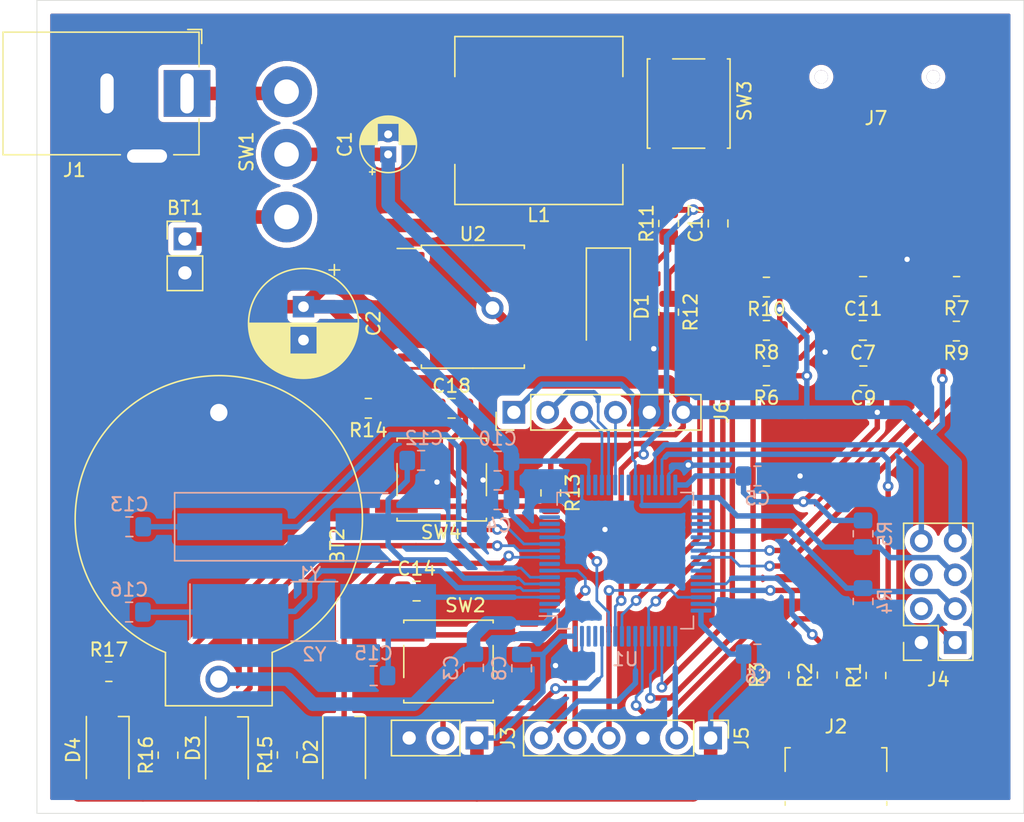
<source format=kicad_pcb>
(kicad_pcb (version 20171130) (host pcbnew "(5.1.6)-1")
  (layers (0 F.Cu signal) (31 B.Cu signal) (34 B.Paste user) (35 F.Paste user) (36 B.SilkS user) (37 F.SilkS user) (38 B.Mask user) (39 F.Mask user) (44 Edge.Cuts user))
  (net 0 "")
  (net 1 GND)
  (net 2 /BAT_AA)
  (net 3 /BAT_RTC)
  (net 4 /V_IN)
  (net 5 +3V3)
  (net 6 /OSC_IN)
  (net 7 /OSC_OUT)
  (net 8 /NRST)
  (net 9 /OSC_RTC_IN)
  (net 10 /OSC_RTC_OUT)
  (net 11 "Net-(C17-Pad1)")
  (net 12 "Net-(C18-Pad1)")
  (net 13 /5V_DC)
  (net 14 /USB_D+)
  (net 15 "Net-(J2-Pad3)")
  (net 16 /USB_D-)
  (net 17 "Net-(J2-Pad2)")
  (net 18 "Net-(J2-Pad1)")
  (net 19 /ESP_CH_PD)
  (net 20 /ESP_NRST)
  (net 21 /SD_CMD)
  (net 22 /SD_D0)
  (net 23 /SD_D3)
  (net 24 /SD_D1)
  (net 25 /SD_D2)
  (net 26 /Button0)
  (net 27 /Button1)
  (net 28 "Net-(D2-Pad2)")
  (net 29 "Net-(D3-Pad2)")
  (net 30 "Net-(D4-Pad2)")
  (net 31 /BOOT0)
  (net 32 /SWO)
  (net 33 /SD_CLK)
  (net 34 /SWCLK)
  (net 35 /SWDIO)
  (net 36 /ESP_TX)
  (net 37 /ESP_RX)
  (net 38 /SPI_CS)
  (net 39 /SPI_MOSI)
  (net 40 /SPI_MISO)
  (net 41 /SPI_SCK)
  (net 42 /LED2)
  (net 43 /LED1)
  (net 44 /LED0)
  (net 45 "Net-(D1-Pad1)")
  (net 46 /SD_CD)
  (module Connector_PinHeader_2.54mm:PinHeader_1x06_P2.54mm_Vertical (layer F.Cu) (at 86.0044 86.0044 270)
    (fp_text reference J5 (at 0 -2.33 90) (layer F.SilkS))
    (fp_text value Conn_01x06)
    (pad 6 thru_hole oval (at 0 12.7 270) (size 1.7 1.7) (drill 1) (layers *.Cu *.Mask) (net 32 /SWO))
    (pad 5 thru_hole oval (at 0 10.16 270) (size 1.7 1.7) (drill 1) (layers *.Cu *.Mask) (net 8 /NRST))
    (pad 4 thru_hole oval (at 0 7.62 270) (size 1.7 1.7) (drill 1) (layers *.Cu *.Mask) (net 35 /SWDIO))
    (pad 3 thru_hole oval (at 0 5.08 270) (size 1.7 1.7) (drill 1) (layers *.Cu *.Mask) (net 1 GND))
    (pad 2 thru_hole oval (at 0 2.54 270) (size 1.7 1.7) (drill 1) (layers *.Cu *.Mask) (net 34 /SWCLK))
    (pad 1 thru_hole rect (at 0 0 270) (size 1.7 1.7) (drill 1) (layers *.Cu *.Mask) (net 5 +3V3))
  )
  (module wlasne:PinSocket_2x04_P2.54mm_Vertical_ESP8266-01_pk (layer F.Cu) (at 101.8032 78.8416 180)
    (fp_text reference J4 (at -1.27 -2.77 180) (layer F.SilkS))
    (fp_text value Conn_02x04_Top_Bottom)
    (pad 5 thru_hole circle (at 0 0 180) (size 1.7 1.7) (drill 1) (layers *.Cu *.Mask) (net 1 GND))
    (pad 1 thru_hole rect (at -2.54 0 180) (size 1.7 1.7) (drill 1) (layers *.Cu *.Mask) (net 36 /ESP_TX))
    (pad 6 thru_hole oval (at 0 2.54 180) (size 1.7 1.7) (drill 1) (layers *.Cu *.Mask))
    (pad 2 thru_hole oval (at -2.54 2.54 180) (size 1.7 1.7) (drill 1) (layers *.Cu *.Mask) (net 19 /ESP_CH_PD))
    (pad 7 thru_hole oval (at 0 5.08 180) (size 1.7 1.7) (drill 1) (layers *.Cu *.Mask))
    (pad 3 thru_hole oval (at -2.54 5.08 180) (size 1.7 1.7) (drill 1) (layers *.Cu *.Mask) (net 20 /ESP_NRST))
    (pad 8 thru_hole oval (at 0 7.62 180) (size 1.7 1.7) (drill 1) (layers *.Cu *.Mask) (net 37 /ESP_RX))
    (pad 4 thru_hole oval (at -2.54 7.62 180) (size 1.7 1.7) (drill 1) (layers *.Cu *.Mask) (net 5 +3V3))
  )
  (module Connector_BarrelJack:BarrelJack_Horizontal (layer F.Cu) (at 46.7416 37.6428)
    (fp_text reference J1 (at -8.45 5.75) (layer F.SilkS))
    (fp_text value Barrel_Jack_MountingPin)
    (pad 3 thru_hole roundrect (at -3 4.7) (size 3.5 3.5) (drill oval 3 1) (layers *.Cu *.Mask) (net 1 GND))
    (pad 2 thru_hole roundrect (at -6 0) (size 3 3.5) (drill oval 1 3) (layers *.Cu *.Mask) (net 1 GND))
    (pad 1 thru_hole rect (at 0 0) (size 3.5 3.5) (drill oval 1 3) (layers *.Cu *.Mask) (net 13 /5V_DC))
  )
  (module Crystal:Crystal_SMD_SeikoEpson_MC405-2Pin_9.6x4.1mm_HandSoldering (layer B.Cu) (at 56.2861 76.5048)
    (fp_text reference Y2 (at 0 3.23) (layer B.SilkS) (effects (justify mirror)))
    (fp_text value 32,768kHz)
    (pad 2 smd rect (at 5.5375 0) (size 7.175 4.1) (layers B.Cu B.Paste B.Mask) (net 9 /OSC_RTC_IN))
    (pad 1 smd rect (at -5.5375 0) (size 7.175 4.1) (layers B.Cu B.Paste B.Mask) (net 10 /OSC_RTC_OUT))
  )
  (module Crystal:Crystal_SMD_HC49-SD_HandSoldering (layer B.Cu) (at 55.8861 70.1548)
    (fp_text reference Y1 (at 0 3.55) (layer B.SilkS) (effects (justify mirror)))
    (fp_text value 8MHz)
    (pad 2 smd rect (at 5.9375 0) (size 7.875 2) (layers B.Cu B.Paste B.Mask) (net 6 /OSC_IN))
    (pad 1 smd rect (at -5.9375 0) (size 7.875 2) (layers B.Cu B.Paste B.Mask) (net 7 /OSC_OUT))
  )
  (module Button_Switch_SMD:SW_SPST_EVQQ2 (layer F.Cu) (at 65.8404 66.6176 180)
    (fp_text reference SW4 (at 0.05 -3.95) (layer F.SilkS))
    (fp_text value SW_Push)
    (pad 2 smd rect (at 3.4 2 180) (size 3.2 1) (layers F.Cu F.Paste F.Mask) (net 1 GND))
    (pad 2 smd rect (at -3.4 2 180) (size 3.2 1) (layers F.Cu F.Paste F.Mask) (net 1 GND))
    (pad 1 smd rect (at -3.4 -2 180) (size 3.2 1) (layers F.Cu F.Paste F.Mask) (net 27 /Button1))
    (pad 1 smd rect (at 3.4 -2 180) (size 3.2 1) (layers F.Cu F.Paste F.Mask) (net 27 /Button1))
  )
  (module Button_Switch_SMD:SW_SPST_EVQQ2 (layer F.Cu) (at 84.36 38.4012 90)
    (fp_text reference SW3 (at 0.1996 4.1844 90) (layer F.SilkS))
    (fp_text value SW_Push)
    (pad 2 smd rect (at 3.4 2 90) (size 3.2 1) (layers F.Cu F.Paste F.Mask) (net 1 GND))
    (pad 2 smd rect (at -3.4 2 90) (size 3.2 1) (layers F.Cu F.Paste F.Mask) (net 1 GND))
    (pad 1 smd rect (at -3.4 -2 90) (size 3.2 1) (layers F.Cu F.Paste F.Mask) (net 26 /Button0))
    (pad 1 smd rect (at 3.4 -2 90) (size 3.2 1) (layers F.Cu F.Paste F.Mask) (net 26 /Button0))
  )
  (module Button_Switch_SMD:SW_SPST_EVQQ2 (layer F.Cu) (at 66.3448 80.264)
    (fp_text reference SW2 (at 1.27 -4.2164) (layer F.SilkS))
    (fp_text value SW_Push)
    (pad 2 smd rect (at 3.4 2) (size 3.2 1) (layers F.Cu F.Paste F.Mask) (net 1 GND))
    (pad 2 smd rect (at -3.4 2) (size 3.2 1) (layers F.Cu F.Paste F.Mask) (net 1 GND))
    (pad 1 smd rect (at -3.4 -2) (size 3.2 1) (layers F.Cu F.Paste F.Mask) (net 8 /NRST))
    (pad 1 smd rect (at 3.4 -2) (size 3.2 1) (layers F.Cu F.Paste F.Mask) (net 8 /NRST))
  )
  (module wlasne:switch_5MS3S102AM2QE_pk (layer F.Cu) (at 54.2036 42.2148 90)
    (fp_text reference SW1 (at 0.2 -3 90) (layer F.SilkS))
    (fp_text value SW_SPDT_MSM)
    (pad 2 thru_hole circle (at 0 0 90) (size 3.81 3.81) (drill 1.84) (layers *.Cu *.Mask) (net 4 /V_IN))
    (pad 3 thru_hole circle (at 4.7 0 90) (size 3.81 3.81) (drill 1.85) (layers *.Cu *.Mask) (net 13 /5V_DC))
    (pad 1 thru_hole circle (at -4.7 0 90) (size 3.81 3.81) (drill 1.85) (layers *.Cu *.Mask) (net 2 /BAT_AA))
  )
  (module Resistor_SMD:R_0805_2012Metric_Pad1.20x1.40mm_HandSolder (layer F.Cu) (at 82.8548 54.0512 270)
    (fp_text reference R12 (at 0 -1.65 90) (layer F.SilkS))
    (fp_text value 100)
    (pad 2 smd roundrect (at 1 0 270) (size 1.2 1.4) (layers F.Cu F.Paste F.Mask) (roundrect_rratio 0.208333) (net 1 GND))
    (pad 1 smd roundrect (at -1 0 270) (size 1.2 1.4) (layers F.Cu F.Paste F.Mask) (roundrect_rratio 0.208333) (net 11 "Net-(C17-Pad1)"))
  )
  (module Inductor_SMD:L_12x12mm_H6mm (layer F.Cu) (at 73.1236 39.6748 180)
    (fp_text reference L1 (at 0 -7.1) (layer F.SilkS))
    (fp_text value 330u)
    (pad 2 smd rect (at 4.95 0 180) (size 2.9 5.4) (layers F.Cu F.Paste F.Mask) (net 5 +3V3))
    (pad 1 smd rect (at -4.95 0 180) (size 2.9 5.4) (layers F.Cu F.Paste F.Mask) (net 45 "Net-(D1-Pad1)"))
  )
  (module wlasne:microSD_MCSP-Q-08-A-SG-DTE_pk (layer F.Cu) (at 95.3008 47.5996 180)
    (fp_text reference J7 (at -3.1 8.1 180) (layer F.SilkS))
    (fp_text value Micro_SD_Card_Det_zmodyfikowany)
    (pad 2 thru_hole circle (at 1 11.2 180) (size 1 1) (drill 1) (layers *.Cu *.Mask))
    (pad 2 thru_hole circle (at -7.4 11.2 180) (size 1 1) (drill 1) (layers *.Cu *.Mask))
    (pad 11 smd rect (at -10 10.8 180) (size 1.2 2.2) (layers F.Cu F.Paste F.Mask) (net 1 GND))
    (pad 11 smd rect (at 5.5 10.8 180) (size 1.2 2.2) (layers F.Cu F.Paste F.Mask) (net 1 GND))
    (pad 11 smd rect (at -10 1.4 180) (size 1.2 1.8) (layers F.Cu F.Paste F.Mask) (net 1 GND))
    (pad 11 smd rect (at 4 1.2 180) (size 1.6 1.5) (layers F.Cu F.Paste F.Mask) (net 1 GND))
    (pad 9 smd rect (at -8.8 0 180) (size 0.7 1.6) (layers F.Cu F.Paste F.Mask) (net 46 /SD_CD))
    (pad 5 smd rect (at -4.4 0 180) (size 0.7 1.6) (layers F.Cu F.Paste F.Mask) (net 33 /SD_CLK))
    (pad 6 smd rect (at -5.5 0 180) (size 0.7 1.6) (layers F.Cu F.Paste F.Mask) (net 1 GND))
    (pad 7 smd rect (at -6.6 0 180) (size 0.7 1.6) (layers F.Cu F.Paste F.Mask) (net 22 /SD_D0))
    (pad 8 smd rect (at -7.7 0 180) (size 0.7 1.6) (layers F.Cu F.Paste F.Mask) (net 24 /SD_D1))
    (pad 3 smd rect (at -2.2 0 180) (size 0.7 1.6) (layers F.Cu F.Paste F.Mask) (net 21 /SD_CMD))
    (pad 4 smd rect (at -3.3 0 180) (size 0.7 1.6) (layers F.Cu F.Paste F.Mask) (net 5 +3V3))
    (pad 1 smd rect (at 0 0 180) (size 0.7 1.6) (layers F.Cu F.Paste F.Mask) (net 25 /SD_D2))
    (pad 2 smd rect (at -1.1 0 180) (size 0.7 1.6) (layers F.Cu F.Paste F.Mask) (net 23 /SD_D3))
  )
  (module Connector_PinHeader_2.54mm:PinHeader_1x06_P2.54mm_Vertical (layer F.Cu) (at 71.247 61.5696 90)
    (fp_text reference J6 (at 0 15.5702 90) (layer F.SilkS))
    (fp_text value Conn_01x06)
    (pad 6 thru_hole oval (at 0 12.7 90) (size 1.7 1.7) (drill 1) (layers *.Cu *.Mask) (net 5 +3V3))
    (pad 5 thru_hole oval (at 0 10.16 90) (size 1.7 1.7) (drill 1) (layers *.Cu *.Mask) (net 1 GND))
    (pad 4 thru_hole oval (at 0 7.62 90) (size 1.7 1.7) (drill 1) (layers *.Cu *.Mask) (net 39 /SPI_MOSI))
    (pad 3 thru_hole oval (at 0 5.08 90) (size 1.7 1.7) (drill 1) (layers *.Cu *.Mask) (net 41 /SPI_SCK))
    (pad 2 thru_hole oval (at 0 2.54 90) (size 1.7 1.7) (drill 1) (layers *.Cu *.Mask) (net 40 /SPI_MISO))
    (pad 1 thru_hole rect (at 0 0 90) (size 1.7 1.7) (drill 1) (layers *.Cu *.Mask) (net 38 /SPI_CS))
  )
  (module Connector_PinHeader_2.54mm:PinHeader_1x03_P2.54mm_Vertical (layer F.Cu) (at 68.4784 86.0044 270)
    (fp_text reference J3 (at 0 -2.33 90) (layer F.SilkS))
    (fp_text value Conn_01x03)
    (pad 3 thru_hole oval (at 0 5.08 270) (size 1.7 1.7) (drill 1) (layers *.Cu *.Mask) (net 1 GND))
    (pad 2 thru_hole oval (at 0 2.54 270) (size 1.7 1.7) (drill 1) (layers *.Cu *.Mask) (net 31 /BOOT0))
    (pad 1 thru_hole rect (at 0 0 270) (size 1.7 1.7) (drill 1) (layers *.Cu *.Mask) (net 5 +3V3))
  )
  (module Connector_USB:USB_Micro-B_Molex_47346-0001 (layer F.Cu) (at 95.4007 88.4462)
    (fp_text reference J2 (at 0 -3.3 180) (layer F.SilkS))
    (fp_text value USB_B_Micro)
    (pad 6 smd rect (at 1.55 1.2) (size 1 1.9) (layers F.Cu F.Paste F.Mask) (net 1 GND))
    (pad 6 smd rect (at -1.15 1.2) (size 1.8 1.9) (layers F.Cu F.Paste F.Mask) (net 1 GND))
    (pad 6 smd rect (at 3.375 1.2) (size 1.65 1.3) (layers F.Cu F.Paste F.Mask) (net 1 GND))
    (pad 6 smd rect (at -3.375 1.2) (size 1.65 1.3) (layers F.Cu F.Paste F.Mask) (net 1 GND))
    (pad 6 smd rect (at 2.4875 -1.375) (size 1.425 1.55) (layers F.Cu F.Paste F.Mask) (net 1 GND))
    (pad 6 smd rect (at -2.4875 -1.375) (size 1.425 1.55) (layers F.Cu F.Paste F.Mask) (net 1 GND))
    (pad 5 smd rect (at 1.3 -1.46) (size 0.45 1.38) (layers F.Cu F.Paste F.Mask) (net 1 GND))
    (pad 4 smd rect (at 0.65 -1.46) (size 0.45 1.38) (layers F.Cu F.Paste F.Mask) (net 1 GND))
    (pad 3 smd rect (at 0 -1.46) (size 0.45 1.38) (layers F.Cu F.Paste F.Mask) (net 15 "Net-(J2-Pad3)"))
    (pad 2 smd rect (at -0.65 -1.46) (size 0.45 1.38) (layers F.Cu F.Paste F.Mask) (net 17 "Net-(J2-Pad2)"))
    (pad 1 smd rect (at -1.3 -1.46) (size 0.45 1.38) (layers F.Cu F.Paste F.Mask) (net 18 "Net-(J2-Pad1)"))
  )
  (module LED_SMD:LED_PLCC-2 (layer F.Cu) (at 40.7924 86.7932 270)
    (fp_text reference D4 (at 0.1256 2.5908 90) (layer F.SilkS))
    (fp_text value LED)
    (pad 2 smd rect (at 1.5 0 270) (size 1.5 2.6) (layers F.Cu F.Paste F.Mask) (net 30 "Net-(D4-Pad2)"))
    (pad 1 smd rect (at -1.5 0 270) (size 1.5 2.6) (layers F.Cu F.Paste F.Mask) (net 42 /LED2))
  )
  (module LED_SMD:LED_PLCC-2 (layer F.Cu) (at 49.7332 86.8172 270)
    (fp_text reference D3 (at -0.0508 2.54 90) (layer F.SilkS))
    (fp_text value LED)
    (pad 2 smd rect (at 1.5 0 270) (size 1.5 2.6) (layers F.Cu F.Paste F.Mask) (net 29 "Net-(D3-Pad2)"))
    (pad 1 smd rect (at -1.5 0 270) (size 1.5 2.6) (layers F.Cu F.Paste F.Mask) (net 43 /LED1))
  )
  (module LED_SMD:LED_PLCC-2 (layer F.Cu) (at 58.5216 86.7904 270)
    (fp_text reference D2 (at 0.2808 2.4892 90) (layer F.SilkS))
    (fp_text value LED)
    (pad 2 smd rect (at 1.5 0 270) (size 1.5 2.6) (layers F.Cu F.Paste F.Mask) (net 28 "Net-(D2-Pad2)"))
    (pad 1 smd rect (at -1.5 0 270) (size 1.5 2.6) (layers F.Cu F.Paste F.Mask) (net 44 /LED0))
  )
  (module Diode_SMD:D_SMA_Handsoldering (layer F.Cu) (at 78.3336 53.6448 270)
    (fp_text reference D1 (at 0 -2.5 90) (layer F.SilkS))
    (fp_text value 11DQ06)
    (pad 2 smd rect (at 2.5 0 270) (size 3.5 1.8) (layers F.Cu F.Paste F.Mask) (net 1 GND))
    (pad 1 smd rect (at -2.5 0 270) (size 3.5 1.8) (layers F.Cu F.Paste F.Mask) (net 45 "Net-(D1-Pad1)"))
  )
  (module Capacitor_SMD:C_0805_2012Metric_Pad1.18x1.45mm_HandSolder (layer F.Cu) (at 86.5632 47.3964 90)
    (fp_text reference C17 (at 0 -1.68 90) (layer F.SilkS))
    (fp_text value 100n)
    (pad 2 smd roundrect (at 1.0375 0 90) (size 1.175 1.45) (layers F.Cu F.Paste F.Mask) (roundrect_rratio 0.212766) (net 26 /Button0))
    (pad 1 smd roundrect (at -1.0375 0 90) (size 1.175 1.45) (layers F.Cu F.Paste F.Mask) (roundrect_rratio 0.212766) (net 11 "Net-(C17-Pad1)"))
  )
  (module Capacitor_THT:CP_Radial_D8.0mm_P2.50mm (layer F.Cu) (at 55.4736 53.6448 270)
    (fp_text reference C2 (at 1.25 -5.25 90) (layer F.SilkS))
    (fp_text value 220u)
    (pad 2 thru_hole circle (at 2.5 0 270) (size 1.6 1.6) (drill 0.8) (layers *.Cu *.Mask) (net 1 GND))
    (pad 1 thru_hole rect (at 0 0 270) (size 1.6 1.6) (drill 0.8) (layers *.Cu *.Mask) (net 5 +3V3))
  )
  (module Capacitor_THT:CP_Radial_D4.0mm_P1.50mm (layer F.Cu) (at 61.8236 42.2148 90)
    (fp_text reference C1 (at 0.75 -3.25 90) (layer F.SilkS))
    (fp_text value 22u)
    (pad 2 thru_hole circle (at 1.5 0 90) (size 1.2 1.2) (drill 0.6) (layers *.Cu *.Mask) (net 1 GND))
    (pad 1 thru_hole rect (at 0 0 90) (size 1.2 1.2) (drill 0.6) (layers *.Cu *.Mask) (net 4 /V_IN))
  )
  (module Package_SO:SOIC-14W_7.5x9mm_P1.27mm (layer F.Cu) (at 68.1736 53.6448)
    (fp_text reference U2 (at 0 -5.45) (layer F.SilkS))
    (fp_text value LM2574M-3.3)
    (pad 14 smd roundrect (at 4.65 -3.81) (size 2.05 0.6) (layers F.Cu F.Paste F.Mask))
    (pad 13 smd roundrect (at 4.65 -2.54) (size 2.05 0.6) (layers F.Cu F.Paste F.Mask))
    (pad 12 smd roundrect (at 4.65 -1.27) (size 2.05 0.6) (layers F.Cu F.Paste F.Mask) (net 45 "Net-(D1-Pad1)"))
    (pad 11 smd roundrect (at 4.65 0) (size 2.05 0.6) (layers F.Cu F.Paste F.Mask))
    (pad 10 smd roundrect (at 4.65 1.27) (size 2.05 0.6) (layers F.Cu F.Paste F.Mask) (net 4 /V_IN))
    (pad 9 smd roundrect (at 4.65 2.54) (size 2.05 0.6) (layers F.Cu F.Paste F.Mask))
    (pad 8 smd roundrect (at 4.65 3.81) (size 2.05 0.6) (layers F.Cu F.Paste F.Mask))
    (pad 7 smd roundrect (at -4.65 3.81) (size 2.05 0.6) (layers F.Cu F.Paste F.Mask))
    (pad 6 smd roundrect (at -4.65 2.54) (size 2.05 0.6) (layers F.Cu F.Paste F.Mask) (net 1 GND))
    (pad 5 smd roundrect (at -4.65 1.27) (size 2.05 0.6) (layers F.Cu F.Paste F.Mask) (net 1 GND))
    (pad 4 smd roundrect (at -4.65 0) (size 2.05 0.6) (layers F.Cu F.Paste F.Mask) (net 1 GND))
    (pad 3 smd roundrect (at -4.65 -1.27) (size 2.05 0.6) (layers F.Cu F.Paste F.Mask) (net 5 +3V3))
    (pad 2 smd roundrect (at -4.65 -2.54) (size 2.05 0.6) (layers F.Cu F.Paste F.Mask))
    (pad 1 smd roundrect (at -4.65 -3.81) (size 2.05 0.6) (layers F.Cu F.Paste F.Mask))
  )
  (module Package_QFP:LQFP-64_10x10mm_P0.5mm (layer B.Cu) (at 79.6036 72.6948)
    (fp_text reference U1 (at 0 7.4) (layer B.SilkS) (effects (justify mirror)))
    (fp_text value STM32F103RCTx)
    (pad 64 smd roundrect (at -3.75 5.675) (size 0.3 1.55) (layers B.Cu B.Paste B.Mask) (net 5 +3V3))
    (pad 63 smd roundrect (at -3.25 5.675) (size 0.3 1.55) (layers B.Cu B.Paste B.Mask) (net 1 GND))
    (pad 62 smd roundrect (at -2.75 5.675) (size 0.3 1.55) (layers B.Cu B.Paste B.Mask))
    (pad 61 smd roundrect (at -2.25 5.675) (size 0.3 1.55) (layers B.Cu B.Paste B.Mask))
    (pad 60 smd roundrect (at -1.75 5.675) (size 0.3 1.55) (layers B.Cu B.Paste B.Mask) (net 31 /BOOT0))
    (pad 59 smd roundrect (at -1.25 5.675) (size 0.3 1.55) (layers B.Cu B.Paste B.Mask) (net 27 /Button1))
    (pad 58 smd roundrect (at -0.75 5.675) (size 0.3 1.55) (layers B.Cu B.Paste B.Mask) (net 26 /Button0))
    (pad 57 smd roundrect (at -0.25 5.675) (size 0.3 1.55) (layers B.Cu B.Paste B.Mask) (net 46 /SD_CD))
    (pad 56 smd roundrect (at 0.25 5.675) (size 0.3 1.55) (layers B.Cu B.Paste B.Mask))
    (pad 55 smd roundrect (at 0.75 5.675) (size 0.3 1.55) (layers B.Cu B.Paste B.Mask) (net 32 /SWO))
    (pad 54 smd roundrect (at 1.25 5.675) (size 0.3 1.55) (layers B.Cu B.Paste B.Mask) (net 21 /SD_CMD))
    (pad 53 smd roundrect (at 1.75 5.675) (size 0.3 1.55) (layers B.Cu B.Paste B.Mask) (net 33 /SD_CLK))
    (pad 52 smd roundrect (at 2.25 5.675) (size 0.3 1.55) (layers B.Cu B.Paste B.Mask) (net 23 /SD_D3))
    (pad 51 smd roundrect (at 2.75 5.675) (size 0.3 1.55) (layers B.Cu B.Paste B.Mask) (net 25 /SD_D2))
    (pad 50 smd roundrect (at 3.25 5.675) (size 0.3 1.55) (layers B.Cu B.Paste B.Mask))
    (pad 49 smd roundrect (at 3.75 5.675) (size 0.3 1.55) (layers B.Cu B.Paste B.Mask) (net 34 /SWCLK))
    (pad 48 smd roundrect (at 5.675 3.75) (size 1.55 0.3) (layers B.Cu B.Paste B.Mask) (net 5 +3V3))
    (pad 47 smd roundrect (at 5.675 3.25) (size 1.55 0.3) (layers B.Cu B.Paste B.Mask) (net 1 GND))
    (pad 46 smd roundrect (at 5.675 2.75) (size 1.55 0.3) (layers B.Cu B.Paste B.Mask) (net 35 /SWDIO))
    (pad 45 smd roundrect (at 5.675 2.25) (size 1.55 0.3) (layers B.Cu B.Paste B.Mask) (net 14 /USB_D+))
    (pad 44 smd roundrect (at 5.675 1.75) (size 1.55 0.3) (layers B.Cu B.Paste B.Mask) (net 16 /USB_D-))
    (pad 43 smd roundrect (at 5.675 1.25) (size 1.55 0.3) (layers B.Cu B.Paste B.Mask))
    (pad 42 smd roundrect (at 5.675 0.75) (size 1.55 0.3) (layers B.Cu B.Paste B.Mask))
    (pad 41 smd roundrect (at 5.675 0.25) (size 1.55 0.3) (layers B.Cu B.Paste B.Mask))
    (pad 40 smd roundrect (at 5.675 -0.25) (size 1.55 0.3) (layers B.Cu B.Paste B.Mask) (net 24 /SD_D1))
    (pad 39 smd roundrect (at 5.675 -0.75) (size 1.55 0.3) (layers B.Cu B.Paste B.Mask) (net 22 /SD_D0))
    (pad 38 smd roundrect (at 5.675 -1.25) (size 1.55 0.3) (layers B.Cu B.Paste B.Mask))
    (pad 37 smd roundrect (at 5.675 -1.75) (size 1.55 0.3) (layers B.Cu B.Paste B.Mask))
    (pad 36 smd roundrect (at 5.675 -2.25) (size 1.55 0.3) (layers B.Cu B.Paste B.Mask) (net 19 /ESP_CH_PD))
    (pad 35 smd roundrect (at 5.675 -2.75) (size 1.55 0.3) (layers B.Cu B.Paste B.Mask))
    (pad 34 smd roundrect (at 5.675 -3.25) (size 1.55 0.3) (layers B.Cu B.Paste B.Mask))
    (pad 33 smd roundrect (at 5.675 -3.75) (size 1.55 0.3) (layers B.Cu B.Paste B.Mask))
    (pad 32 smd roundrect (at 3.75 -5.675) (size 0.3 1.55) (layers B.Cu B.Paste B.Mask) (net 5 +3V3))
    (pad 31 smd roundrect (at 3.25 -5.675) (size 0.3 1.55) (layers B.Cu B.Paste B.Mask) (net 1 GND))
    (pad 30 smd roundrect (at 2.75 -5.675) (size 0.3 1.55) (layers B.Cu B.Paste B.Mask) (net 36 /ESP_TX))
    (pad 29 smd roundrect (at 2.25 -5.675) (size 0.3 1.55) (layers B.Cu B.Paste B.Mask) (net 37 /ESP_RX))
    (pad 28 smd roundrect (at 1.75 -5.675) (size 0.3 1.55) (layers B.Cu B.Paste B.Mask))
    (pad 27 smd roundrect (at 1.25 -5.675) (size 0.3 1.55) (layers B.Cu B.Paste B.Mask) (net 20 /ESP_NRST))
    (pad 26 smd roundrect (at 0.75 -5.675) (size 0.3 1.55) (layers B.Cu B.Paste B.Mask) (net 38 /SPI_CS))
    (pad 25 smd roundrect (at 0.25 -5.675) (size 0.3 1.55) (layers B.Cu B.Paste B.Mask))
    (pad 24 smd roundrect (at -0.25 -5.675) (size 0.3 1.55) (layers B.Cu B.Paste B.Mask))
    (pad 23 smd roundrect (at -0.75 -5.675) (size 0.3 1.55) (layers B.Cu B.Paste B.Mask) (net 39 /SPI_MOSI))
    (pad 22 smd roundrect (at -1.25 -5.675) (size 0.3 1.55) (layers B.Cu B.Paste B.Mask) (net 40 /SPI_MISO))
    (pad 21 smd roundrect (at -1.75 -5.675) (size 0.3 1.55) (layers B.Cu B.Paste B.Mask) (net 41 /SPI_SCK))
    (pad 20 smd roundrect (at -2.25 -5.675) (size 0.3 1.55) (layers B.Cu B.Paste B.Mask))
    (pad 19 smd roundrect (at -2.75 -5.675) (size 0.3 1.55) (layers B.Cu B.Paste B.Mask) (net 5 +3V3))
    (pad 18 smd roundrect (at -3.25 -5.675) (size 0.3 1.55) (layers B.Cu B.Paste B.Mask) (net 1 GND))
    (pad 17 smd roundrect (at -3.75 -5.675) (size 0.3 1.55) (layers B.Cu B.Paste B.Mask))
    (pad 16 smd roundrect (at -5.675 -3.75) (size 1.55 0.3) (layers B.Cu B.Paste B.Mask))
    (pad 15 smd roundrect (at -5.675 -3.25) (size 1.55 0.3) (layers B.Cu B.Paste B.Mask))
    (pad 14 smd roundrect (at -5.675 -2.75) (size 1.55 0.3) (layers B.Cu B.Paste B.Mask))
    (pad 13 smd roundrect (at -5.675 -2.25) (size 1.55 0.3) (layers B.Cu B.Paste B.Mask) (net 5 +3V3))
    (pad 12 smd roundrect (at -5.675 -1.75) (size 1.55 0.3) (layers B.Cu B.Paste B.Mask) (net 1 GND))
    (pad 11 smd roundrect (at -5.675 -1.25) (size 1.55 0.3) (layers B.Cu B.Paste B.Mask) (net 42 /LED2))
    (pad 10 smd roundrect (at -5.675 -0.75) (size 1.55 0.3) (layers B.Cu B.Paste B.Mask) (net 43 /LED1))
    (pad 9 smd roundrect (at -5.675 -0.25) (size 1.55 0.3) (layers B.Cu B.Paste B.Mask) (net 44 /LED0))
    (pad 8 smd roundrect (at -5.675 0.25) (size 1.55 0.3) (layers B.Cu B.Paste B.Mask))
    (pad 7 smd roundrect (at -5.675 0.75) (size 1.55 0.3) (layers B.Cu B.Paste B.Mask) (net 8 /NRST))
    (pad 6 smd roundrect (at -5.675 1.25) (size 1.55 0.3) (layers B.Cu B.Paste B.Mask) (net 7 /OSC_OUT))
    (pad 5 smd roundrect (at -5.675 1.75) (size 1.55 0.3) (layers B.Cu B.Paste B.Mask) (net 6 /OSC_IN))
    (pad 4 smd roundrect (at -5.675 2.25) (size 1.55 0.3) (layers B.Cu B.Paste B.Mask) (net 10 /OSC_RTC_OUT))
    (pad 3 smd roundrect (at -5.675 2.75) (size 1.55 0.3) (layers B.Cu B.Paste B.Mask) (net 9 /OSC_RTC_IN))
    (pad 2 smd roundrect (at -5.675 3.25) (size 1.55 0.3) (layers B.Cu B.Paste B.Mask))
    (pad 1 smd roundrect (at -5.675 3.75) (size 1.55 0.3) (layers B.Cu B.Paste B.Mask) (net 3 /BAT_RTC))
  )
  (module Resistor_SMD:R_0805_2012Metric_Pad1.20x1.40mm_HandSolder (layer F.Cu) (at 40.878 81.026)
    (fp_text reference R17 (at 0 -1.65) (layer F.SilkS))
    (fp_text value 200)
    (pad 2 smd roundrect (at 1 0) (size 1.2 1.4) (layers F.Cu F.Paste F.Mask) (roundrect_rratio 0.208333) (net 5 +3V3))
    (pad 1 smd roundrect (at -1 0) (size 1.2 1.4) (layers F.Cu F.Paste F.Mask) (roundrect_rratio 0.208333) (net 30 "Net-(D4-Pad2)"))
  )
  (module Resistor_SMD:R_0805_2012Metric_Pad1.20x1.40mm_HandSolder (layer F.Cu) (at 45.3136 87.2904 90)
    (fp_text reference R16 (at 0 -1.65 90) (layer F.SilkS))
    (fp_text value 200)
    (pad 2 smd roundrect (at 1 0 90) (size 1.2 1.4) (layers F.Cu F.Paste F.Mask) (roundrect_rratio 0.208333) (net 5 +3V3))
    (pad 1 smd roundrect (at -1 0 90) (size 1.2 1.4) (layers F.Cu F.Paste F.Mask) (roundrect_rratio 0.208333) (net 29 "Net-(D3-Pad2)"))
  )
  (module Resistor_SMD:R_0805_2012Metric_Pad1.20x1.40mm_HandSolder (layer F.Cu) (at 54.2544 87.2744 90)
    (fp_text reference R15 (at 0 -1.65 90) (layer F.SilkS))
    (fp_text value 200)
    (pad 2 smd roundrect (at 1 0 90) (size 1.2 1.4) (layers F.Cu F.Paste F.Mask) (roundrect_rratio 0.208333) (net 5 +3V3))
    (pad 1 smd roundrect (at -1 0 90) (size 1.2 1.4) (layers F.Cu F.Paste F.Mask) (roundrect_rratio 0.208333) (net 28 "Net-(D2-Pad2)"))
  )
  (module Resistor_SMD:R_0805_2012Metric_Pad1.20x1.40mm_HandSolder (layer F.Cu) (at 60.3344 61.2648 180)
    (fp_text reference R14 (at 0 -1.65) (layer F.SilkS))
    (fp_text value 100)
    (pad 2 smd roundrect (at 1 0 180) (size 1.2 1.4) (layers F.Cu F.Paste F.Mask) (roundrect_rratio 0.208333) (net 1 GND))
    (pad 1 smd roundrect (at -1 0 180) (size 1.2 1.4) (layers F.Cu F.Paste F.Mask) (roundrect_rratio 0.208333) (net 12 "Net-(C18-Pad1)"))
  )
  (module Resistor_SMD:R_0805_2012Metric_Pad1.20x1.40mm_HandSolder (layer F.Cu) (at 74.0156 67.6148 270)
    (fp_text reference R13 (at 0 -1.65 90) (layer F.SilkS))
    (fp_text value 4,7k)
    (pad 2 smd roundrect (at 1 0 270) (size 1.2 1.4) (layers F.Cu F.Paste F.Mask) (roundrect_rratio 0.208333) (net 27 /Button1))
    (pad 1 smd roundrect (at -1 0 270) (size 1.2 1.4) (layers F.Cu F.Paste F.Mask) (roundrect_rratio 0.208333) (net 5 +3V3))
  )
  (module Resistor_SMD:R_0805_2012Metric_Pad1.20x1.40mm_HandSolder (layer F.Cu) (at 82.8548 47.3964 90)
    (fp_text reference R11 (at 0 -1.65 90) (layer F.SilkS))
    (fp_text value 4,7k)
    (pad 2 smd roundrect (at 1 0 90) (size 1.2 1.4) (layers F.Cu F.Paste F.Mask) (roundrect_rratio 0.208333) (net 26 /Button0))
    (pad 1 smd roundrect (at -1 0 90) (size 1.2 1.4) (layers F.Cu F.Paste F.Mask) (roundrect_rratio 0.208333) (net 5 +3V3))
  )
  (module Resistor_SMD:R_0805_2012Metric_Pad1.20x1.40mm_HandSolder (layer F.Cu) (at 90.186 52.1716 180)
    (fp_text reference R10 (at 0 -1.65) (layer F.SilkS))
    (fp_text value 47k)
    (pad 2 smd roundrect (at 1 0 180) (size 1.2 1.4) (layers F.Cu F.Paste F.Mask) (roundrect_rratio 0.208333) (net 25 /SD_D2))
    (pad 1 smd roundrect (at -1 0 180) (size 1.2 1.4) (layers F.Cu F.Paste F.Mask) (roundrect_rratio 0.208333) (net 5 +3V3))
  )
  (module Resistor_SMD:R_0805_2012Metric_Pad1.20x1.40mm_HandSolder (layer F.Cu) (at 104.4288 55.4736 180)
    (fp_text reference R9 (at 0 -1.65) (layer F.SilkS))
    (fp_text value 47k)
    (pad 2 smd roundrect (at 1 0 180) (size 1.2 1.4) (layers F.Cu F.Paste F.Mask) (roundrect_rratio 0.208333) (net 5 +3V3))
    (pad 1 smd roundrect (at -1 0 180) (size 1.2 1.4) (layers F.Cu F.Paste F.Mask) (roundrect_rratio 0.208333) (net 24 /SD_D1))
  )
  (module Resistor_SMD:R_0805_2012Metric_Pad1.20x1.40mm_HandSolder (layer F.Cu) (at 90.186 55.4228 180)
    (fp_text reference R8 (at 0 -1.65) (layer F.SilkS))
    (fp_text value 47k)
    (pad 2 smd roundrect (at 1 0 180) (size 1.2 1.4) (layers F.Cu F.Paste F.Mask) (roundrect_rratio 0.208333) (net 23 /SD_D3))
    (pad 1 smd roundrect (at -1 0 180) (size 1.2 1.4) (layers F.Cu F.Paste F.Mask) (roundrect_rratio 0.208333) (net 5 +3V3))
  )
  (module Resistor_SMD:R_0805_2012Metric_Pad1.20x1.40mm_HandSolder (layer F.Cu) (at 104.4448 52.1208 180)
    (fp_text reference R7 (at 0 -1.65) (layer F.SilkS))
    (fp_text value 47k)
    (pad 2 smd roundrect (at 1 0 180) (size 1.2 1.4) (layers F.Cu F.Paste F.Mask) (roundrect_rratio 0.208333) (net 5 +3V3))
    (pad 1 smd roundrect (at -1 0 180) (size 1.2 1.4) (layers F.Cu F.Paste F.Mask) (roundrect_rratio 0.208333) (net 22 /SD_D0))
  )
  (module Resistor_SMD:R_0805_2012Metric_Pad1.20x1.40mm_HandSolder (layer F.Cu) (at 90.186 58.8264 180)
    (fp_text reference R6 (at 0 -1.65) (layer F.SilkS))
    (fp_text value 47k)
    (pad 2 smd roundrect (at 1 0 180) (size 1.2 1.4) (layers F.Cu F.Paste F.Mask) (roundrect_rratio 0.208333) (net 21 /SD_CMD))
    (pad 1 smd roundrect (at -1 0 180) (size 1.2 1.4) (layers F.Cu F.Paste F.Mask) (roundrect_rratio 0.208333) (net 5 +3V3))
  )
  (module Resistor_SMD:R_0805_2012Metric_Pad1.20x1.40mm_HandSolder (layer B.Cu) (at 97.4344 70.6788 90)
    (fp_text reference R5 (at 0 1.65 270) (layer B.SilkS) (effects (justify mirror)))
    (fp_text value 10k)
    (pad 2 smd roundrect (at 1 0 90) (size 1.2 1.4) (layers B.Cu B.Paste B.Mask) (roundrect_rratio 0.208333) (net 5 +3V3))
    (pad 1 smd roundrect (at -1 0 90) (size 1.2 1.4) (layers B.Cu B.Paste B.Mask) (roundrect_rratio 0.208333) (net 20 /ESP_NRST))
  )
  (module Resistor_SMD:R_0805_2012Metric_Pad1.20x1.40mm_HandSolder (layer B.Cu) (at 97.4344 75.7588 90)
    (fp_text reference R4 (at 0 1.65 270) (layer B.SilkS) (effects (justify mirror)))
    (fp_text value 10k)
    (pad 2 smd roundrect (at 1 0 90) (size 1.2 1.4) (layers B.Cu B.Paste B.Mask) (roundrect_rratio 0.208333) (net 19 /ESP_CH_PD))
    (pad 1 smd roundrect (at -1 0 90) (size 1.2 1.4) (layers B.Cu B.Paste B.Mask) (roundrect_rratio 0.208333) (net 1 GND))
  )
  (module Resistor_SMD:R_0805_2012Metric_Pad1.20x1.40mm_HandSolder (layer F.Cu) (at 91.1352 81.28 90)
    (fp_text reference R3 (at 0 -1.65 90) (layer F.SilkS))
    (fp_text value 4,7k)
    (pad 2 smd roundrect (at 1 0 90) (size 1.2 1.4) (layers F.Cu F.Paste F.Mask) (roundrect_rratio 0.208333) (net 15 "Net-(J2-Pad3)"))
    (pad 1 smd roundrect (at -1 0 90) (size 1.2 1.4) (layers F.Cu F.Paste F.Mask) (roundrect_rratio 0.208333) (net 18 "Net-(J2-Pad1)"))
  )
  (module Resistor_SMD:R_0805_2012Metric_Pad1.20x1.40mm_HandSolder (layer F.Cu) (at 94.742 81.28 90)
    (fp_text reference R2 (at 0 -1.65 90) (layer F.SilkS))
    (fp_text value 20)
    (pad 2 smd roundrect (at 1 0 90) (size 1.2 1.4) (layers F.Cu F.Paste F.Mask) (roundrect_rratio 0.208333) (net 16 /USB_D-))
    (pad 1 smd roundrect (at -1 0 90) (size 1.2 1.4) (layers F.Cu F.Paste F.Mask) (roundrect_rratio 0.208333) (net 17 "Net-(J2-Pad2)"))
  )
  (module Resistor_SMD:R_0805_2012Metric_Pad1.20x1.40mm_HandSolder (layer F.Cu) (at 98.3996 81.3148 90)
    (fp_text reference R1 (at 0 -1.65 90) (layer F.SilkS))
    (fp_text value 20)
    (pad 2 smd roundrect (at 1 0 90) (size 1.2 1.4) (layers F.Cu F.Paste F.Mask) (roundrect_rratio 0.208333) (net 14 /USB_D+))
    (pad 1 smd roundrect (at -1 0 90) (size 1.2 1.4) (layers F.Cu F.Paste F.Mask) (roundrect_rratio 0.208333) (net 15 "Net-(J2-Pad3)"))
  )
  (module Capacitor_SMD:C_0805_2012Metric_Pad1.18x1.45mm_HandSolder (layer F.Cu) (at 66.5773 61.2648)
    (fp_text reference C18 (at 0 -1.68) (layer F.SilkS))
    (fp_text value 100n)
    (pad 2 smd roundrect (at 1.0375 0) (size 1.175 1.45) (layers F.Cu F.Paste F.Mask) (roundrect_rratio 0.212766) (net 27 /Button1))
    (pad 1 smd roundrect (at -1.0375 0) (size 1.175 1.45) (layers F.Cu F.Paste F.Mask) (roundrect_rratio 0.212766) (net 12 "Net-(C18-Pad1)"))
  )
  (module Capacitor_SMD:C_0805_2012Metric_Pad1.18x1.45mm_HandSolder (layer B.Cu) (at 42.3965 76.5556 180)
    (fp_text reference C16 (at 0 1.68 180) (layer B.SilkS) (effects (justify mirror)))
    (fp_text value 4,3p)
    (pad 2 smd roundrect (at 1.0375 0 180) (size 1.175 1.45) (layers B.Cu B.Paste B.Mask) (roundrect_rratio 0.212766) (net 1 GND))
    (pad 1 smd roundrect (at -1.0375 0 180) (size 1.175 1.45) (layers B.Cu B.Paste B.Mask) (roundrect_rratio 0.212766) (net 10 /OSC_RTC_OUT))
  )
  (module Capacitor_SMD:C_0805_2012Metric_Pad1.18x1.45mm_HandSolder (layer B.Cu) (at 60.7353 81.3308 180)
    (fp_text reference C15 (at 0 1.68) (layer B.SilkS) (effects (justify mirror)))
    (fp_text value 4,3p)
    (pad 2 smd roundrect (at 1.0375 0 180) (size 1.175 1.45) (layers B.Cu B.Paste B.Mask) (roundrect_rratio 0.212766) (net 1 GND))
    (pad 1 smd roundrect (at -1.0375 0 180) (size 1.175 1.45) (layers B.Cu B.Paste B.Mask) (roundrect_rratio 0.212766) (net 9 /OSC_RTC_IN))
  )
  (module Capacitor_SMD:C_0805_2012Metric_Pad1.18x1.45mm_HandSolder (layer F.Cu) (at 63.9572 74.9808)
    (fp_text reference C14 (at 0 -1.68) (layer F.SilkS))
    (fp_text value 100n)
    (pad 2 smd roundrect (at 1.0375 0) (size 1.175 1.45) (layers F.Cu F.Paste F.Mask) (roundrect_rratio 0.212766) (net 1 GND))
    (pad 1 smd roundrect (at -1.0375 0) (size 1.175 1.45) (layers F.Cu F.Paste F.Mask) (roundrect_rratio 0.212766) (net 8 /NRST))
  )
  (module Capacitor_SMD:C_0805_2012Metric_Pad1.18x1.45mm_HandSolder (layer B.Cu) (at 42.418 70.1548 180)
    (fp_text reference C13 (at 0 1.68) (layer B.SilkS) (effects (justify mirror)))
    (fp_text value 20p)
    (pad 2 smd roundrect (at 1.0375 0 180) (size 1.175 1.45) (layers B.Cu B.Paste B.Mask) (roundrect_rratio 0.212766) (net 1 GND))
    (pad 1 smd roundrect (at -1.0375 0 180) (size 1.175 1.45) (layers B.Cu B.Paste B.Mask) (roundrect_rratio 0.212766) (net 7 /OSC_OUT))
  )
  (module Capacitor_SMD:C_0805_2012Metric_Pad1.18x1.45mm_HandSolder (layer B.Cu) (at 64.2913 65.1764)
    (fp_text reference C12 (at 0.2247 -1.6764) (layer B.SilkS) (effects (justify mirror)))
    (fp_text value 20p)
    (pad 2 smd roundrect (at 1.0375 0) (size 1.175 1.45) (layers B.Cu B.Paste B.Mask) (roundrect_rratio 0.212766) (net 1 GND))
    (pad 1 smd roundrect (at -1.0375 0) (size 1.175 1.45) (layers B.Cu B.Paste B.Mask) (roundrect_rratio 0.212766) (net 6 /OSC_IN))
  )
  (module Capacitor_SMD:C_0805_2012Metric_Pad1.18x1.45mm_HandSolder (layer F.Cu) (at 97.4344 52.1208 180)
    (fp_text reference C11 (at 0 -1.68 180) (layer F.SilkS))
    (fp_text value 100u)
    (pad 2 smd roundrect (at 1.0375 0 180) (size 1.175 1.45) (layers F.Cu F.Paste F.Mask) (roundrect_rratio 0.212766) (net 1 GND))
    (pad 1 smd roundrect (at -1.0375 0 180) (size 1.175 1.45) (layers F.Cu F.Paste F.Mask) (roundrect_rratio 0.212766) (net 5 +3V3))
  )
  (module Capacitor_SMD:C_0805_2012Metric_Pad1.18x1.45mm_HandSolder (layer B.Cu) (at 70.0317 65.2272 180)
    (fp_text reference C10 (at 0 1.68) (layer B.SilkS) (effects (justify mirror)))
    (fp_text value 100n)
    (pad 2 smd roundrect (at 1.0375 0 180) (size 1.175 1.45) (layers B.Cu B.Paste B.Mask) (roundrect_rratio 0.212766) (net 1 GND))
    (pad 1 smd roundrect (at -1.0375 0 180) (size 1.175 1.45) (layers B.Cu B.Paste B.Mask) (roundrect_rratio 0.212766) (net 5 +3V3))
  )
  (module Capacitor_SMD:C_0805_2012Metric_Pad1.18x1.45mm_HandSolder (layer F.Cu) (at 97.4559 58.8264 180)
    (fp_text reference C9 (at 0 -1.68 180) (layer F.SilkS))
    (fp_text value 100n)
    (pad 2 smd roundrect (at 1.0375 0 180) (size 1.175 1.45) (layers F.Cu F.Paste F.Mask) (roundrect_rratio 0.212766) (net 1 GND))
    (pad 1 smd roundrect (at -1.0375 0 180) (size 1.175 1.45) (layers F.Cu F.Paste F.Mask) (roundrect_rratio 0.212766) (net 5 +3V3))
  )
  (module Capacitor_SMD:C_0805_2012Metric_Pad1.18x1.45mm_HandSolder (layer B.Cu) (at 71.8312 80.772 270)
    (fp_text reference C8 (at 0 1.68 90) (layer B.SilkS) (effects (justify mirror)))
    (fp_text value 100n)
    (pad 2 smd roundrect (at 1.0375 0 270) (size 1.175 1.45) (layers B.Cu B.Paste B.Mask) (roundrect_rratio 0.212766) (net 1 GND))
    (pad 1 smd roundrect (at -1.0375 0 270) (size 1.175 1.45) (layers B.Cu B.Paste B.Mask) (roundrect_rratio 0.212766) (net 5 +3V3))
  )
  (module Capacitor_SMD:C_0805_2012Metric_Pad1.18x1.45mm_HandSolder (layer F.Cu) (at 97.4129 55.4228 180)
    (fp_text reference C7 (at 0 -1.68 180) (layer F.SilkS))
    (fp_text value 1n)
    (pad 2 smd roundrect (at 1.0375 0 180) (size 1.175 1.45) (layers F.Cu F.Paste F.Mask) (roundrect_rratio 0.212766) (net 1 GND))
    (pad 1 smd roundrect (at -1.0375 0 180) (size 1.175 1.45) (layers F.Cu F.Paste F.Mask) (roundrect_rratio 0.212766) (net 5 +3V3))
  )
  (module Capacitor_SMD:C_0805_2012Metric_Pad1.18x1.45mm_HandSolder (layer B.Cu) (at 89.5096 79.7052)
    (fp_text reference C6 (at 0 1.68) (layer B.SilkS) (effects (justify mirror)))
    (fp_text value 100n)
    (pad 2 smd roundrect (at 1.0375 0) (size 1.175 1.45) (layers B.Cu B.Paste B.Mask) (roundrect_rratio 0.212766) (net 1 GND))
    (pad 1 smd roundrect (at -1.0375 0) (size 1.175 1.45) (layers B.Cu B.Paste B.Mask) (roundrect_rratio 0.212766) (net 5 +3V3))
  )
  (module Capacitor_SMD:C_0805_2012Metric_Pad1.18x1.45mm_HandSolder (layer B.Cu) (at 89.5096 66.3448)
    (fp_text reference C5 (at 0 1.68) (layer B.SilkS) (effects (justify mirror)))
    (fp_text value 100n)
    (pad 2 smd roundrect (at 1.0375 0) (size 1.175 1.45) (layers B.Cu B.Paste B.Mask) (roundrect_rratio 0.212766) (net 1 GND))
    (pad 1 smd roundrect (at -1.0375 0) (size 1.175 1.45) (layers B.Cu B.Paste B.Mask) (roundrect_rratio 0.212766) (net 5 +3V3))
  )
  (module Capacitor_SMD:C_0805_2012Metric_Pad1.18x1.45mm_HandSolder (layer B.Cu) (at 70.0317 68.1228 180)
    (fp_text reference C4 (at -0.0723 -1.9304 180) (layer B.SilkS) (effects (justify mirror)))
    (fp_text value 100n)
    (pad 2 smd roundrect (at 1.0375 0 180) (size 1.175 1.45) (layers B.Cu B.Paste B.Mask) (roundrect_rratio 0.212766) (net 1 GND))
    (pad 1 smd roundrect (at -1.0375 0 180) (size 1.175 1.45) (layers B.Cu B.Paste B.Mask) (roundrect_rratio 0.212766) (net 5 +3V3))
  )
  (module Capacitor_SMD:C_0805_2012Metric_Pad1.18x1.45mm_HandSolder (layer B.Cu) (at 68.2244 80.7427 270)
    (fp_text reference C3 (at 0 1.68 270) (layer B.SilkS) (effects (justify mirror)))
    (fp_text value 1n)
    (pad 2 smd roundrect (at 1.0375 0 270) (size 1.175 1.45) (layers B.Cu B.Paste B.Mask) (roundrect_rratio 0.212766) (net 1 GND))
    (pad 1 smd roundrect (at -1.0375 0 270) (size 1.175 1.45) (layers B.Cu B.Paste B.Mask) (roundrect_rratio 0.212766) (net 3 /BAT_RTC))
  )
  (module wlasne:battery_holders_2032_horizontal_pk (layer F.Cu) (at 49.1236 71.5848 270)
    (fp_text reference BT2 (at 0 -8.89 90) (layer F.SilkS))
    (fp_text value Battery_Cell)
    (pad 2 thru_hole circle (at -10 0 270) (size 2 2) (drill 1.3) (layers *.Cu *.Mask) (net 1 GND))
    (pad 1 thru_hole circle (at 10 0 270) (size 2 2) (drill 1.3) (layers *.Cu *.Mask) (net 3 /BAT_RTC))
  )
  (module Connector_PinHeader_2.54mm:PinHeader_1x02_P2.54mm_Vertical (layer F.Cu) (at 46.5836 48.5648)
    (fp_text reference BT1 (at 0 -2.33) (layer F.SilkS))
    (fp_text value 6V)
    (pad 2 thru_hole oval (at 0 2.54) (size 1.7 1.7) (drill 1) (layers *.Cu *.Mask) (net 1 GND))
    (pad 1 thru_hole rect (at 0 0) (size 1.7 1.7) (drill 1) (layers *.Cu *.Mask) (net 2 /BAT_AA))
  )
  (gr_line (start 109.4856 91.6568) (end 35.4856 91.6568) (layer Edge.Cuts) (width 0.05))
  (gr_line (start 109.4856 91.6568) (end 109.4856 91.6568) (layer Edge.Cuts) (width 0.05))
  (gr_line (start 35.4856 30.6568) (end 109.4856 30.6568) (layer Edge.Cuts) (width 0.05))
  (gr_line (start 109.4856 30.6568) (end 109.4856 91.6568) (layer Edge.Cuts) (width 0.05))
  (gr_line (start 35.4856 91.6568) (end 35.4856 30.6568) (layer Edge.Cuts) (width 0.05))
  (segment (start 96.3969 52.1208) (end 96.4184 52.1423) (width 0.508) (layer F.Cu) (net 1))
  (via (at 94.5896 57.0484) (size 0.8) (drill 0.4) (layers F.Cu B.Cu) (net 1))
  (via (at 100.7364 50.0888) (size 0.8) (drill 0.4) (layers F.Cu B.Cu) (net 1))
  (via (at 81.7372 56.7944) (size 0.8) (drill 0.4) (layers F.Cu B.Cu) (net 1))
  (segment (start 76.3536 79.17741) (end 76.3524 79.17861) (width 0.2032) (layer B.Cu) (net 1))
  (segment (start 76.3536 78.3698) (end 76.3536 79.17741) (width 0.2032) (layer B.Cu) (net 1))
  (segment (start 76.3524 79.17861) (end 76.3524 80.01) (width 0.2032) (layer B.Cu) (net 1))
  (via (at 74.3712 80.5688) (size 0.8) (drill 0.4) (layers F.Cu B.Cu) (net 1))
  (segment (start 76.3524 80.01) (end 75.7936 80.5688) (width 0.2032) (layer B.Cu) (net 1))
  (segment (start 75.7936 80.5688) (end 74.3712 80.5688) (width 0.2032) (layer B.Cu) (net 1))
  (via (at 65.4812 66.802) (size 0.8) (drill 0.4) (layers F.Cu B.Cu) (net 1))
  (via (at 68.9356 66.6496) (size 0.8) (drill 0.4) (layers F.Cu B.Cu) (net 1))
  (via (at 78.0796 70.358) (size 0.8) (drill 0.4) (layers F.Cu B.Cu) (net 1))
  (segment (start 73.9286 70.9448) (end 77.4928 70.9448) (width 0.2032) (layer B.Cu) (net 1))
  (segment (start 77.4928 70.9448) (end 78.0796 70.358) (width 0.2032) (layer B.Cu) (net 1))
  (segment (start 76.3536 68.632) (end 78.0796 70.358) (width 0.2032) (layer B.Cu) (net 1))
  (segment (start 76.3536 67.0198) (end 76.3536 68.632) (width 0.2032) (layer B.Cu) (net 1))
  (segment (start 85.28959 75.99319) (end 86.96599 75.99319) (width 0.2032) (layer B.Cu) (net 1))
  (segment (start 85.2786 75.9448) (end 85.2786 75.9822) (width 0.2032) (layer B.Cu) (net 1))
  (segment (start 85.2786 75.9822) (end 85.28959 75.99319) (width 0.2032) (layer B.Cu) (net 1))
  (segment (start 83.54339 65.5224) (end 84.328 65.5224) (width 0.2032) (layer B.Cu) (net 1))
  (via (at 84.328 65.5224) (size 0.8) (drill 0.4) (layers F.Cu B.Cu) (net 1))
  (segment (start 82.8536 67.0198) (end 82.8536 66.21219) (width 0.2032) (layer B.Cu) (net 1))
  (segment (start 82.8536 66.21219) (end 83.54339 65.5224) (width 0.2032) (layer B.Cu) (net 1))
  (segment (start 82.712 63.9064) (end 84.328 65.5224) (width 0.4064) (layer F.Cu) (net 1))
  (via (at 92.71 66.3448) (size 0.8) (drill 0.4) (layers F.Cu B.Cu) (net 1))
  (segment (start 80.813201 63.915999) (end 80.000401 63.915999) (width 0.4064) (layer F.Cu) (net 1))
  (segment (start 82.712 63.9064) (end 80.8228 63.9064) (width 0.4064) (layer F.Cu) (net 1))
  (segment (start 80.8228 63.9064) (end 80.813201 63.915999) (width 0.4064) (layer F.Cu) (net 1))
  (segment (start 46.5836 48.5648) (end 49.1236 48.5648) (width 1.016) (layer F.Cu) (net 2))
  (segment (start 50.7736 46.9148) (end 54.2036 46.9148) (width 1.016) (layer F.Cu) (net 2))
  (segment (start 50.7736 46.9148) (end 49.1236 48.5648) (width 1.016) (layer F.Cu) (net 2))
  (segment (start 49.1236 81.5848) (end 54.3052 81.5848) (width 1.016) (layer B.Cu) (net 3))
  (segment (start 54.3052 81.5848) (end 56.1848 83.4644) (width 1.016) (layer B.Cu) (net 3))
  (segment (start 56.1848 83.4644) (end 63.754 83.4644) (width 1.016) (layer B.Cu) (net 3))
  (segment (start 63.754 83.4644) (end 66.04 81.1784) (width 1.016) (layer B.Cu) (net 3))
  (segment (start 67.5132 79.7052) (end 68.2244 79.7052) (width 1.016) (layer B.Cu) (net 3))
  (segment (start 66.04 81.1784) (end 67.5132 79.7052) (width 1.016) (layer B.Cu) (net 3))
  (segment (start 73.6092 77.3684) (end 73.9286 77.049) (width 0.4064) (layer B.Cu) (net 3))
  (segment (start 73.9286 77.049) (end 73.9286 76.49801) (width 0.4064) (layer B.Cu) (net 3))
  (segment (start 70.5612 77.3684) (end 70.9676 77.3684) (width 0.4064) (layer B.Cu) (net 3))
  (segment (start 70.9676 77.3684) (end 73.6092 77.3684) (width 0.4064) (layer B.Cu) (net 3))
  (segment (start 68.2244 78.3336) (end 68.2244 79.7052) (width 1.016) (layer B.Cu) (net 3))
  (segment (start 69.1896 77.3684) (end 68.2244 78.3336) (width 1.016) (layer B.Cu) (net 3))
  (segment (start 70.9676 77.3684) (end 69.1896 77.3684) (width 1.016) (layer B.Cu) (net 3))
  (via (at 69.6468 53.7464) (size 1.651) (drill 1.016) (layers F.Cu B.Cu) (net 4))
  (segment (start 54.2036 42.2148) (end 61.8236 42.2148) (width 1.016) (layer F.Cu) (net 4))
  (segment (start 70.7898 54.9148) (end 69.6214 53.7464) (width 0.762) (layer F.Cu) (net 4))
  (segment (start 72.8236 54.9148) (end 70.7898 54.9148) (width 0.762) (layer F.Cu) (net 4))
  (segment (start 61.8236 42.2148) (end 61.8236 45.9486) (width 1.016) (layer B.Cu) (net 4))
  (segment (start 61.8236 45.9486) (end 69.6214 53.7464) (width 1.016) (layer B.Cu) (net 4))
  (segment (start 68.1736 39.6748) (end 68.1736 44.5008) (width 1.016) (layer F.Cu) (net 5))
  (segment (start 68.1736 44.5008) (end 65.1256 47.5488) (width 1.016) (layer F.Cu) (net 5))
  (segment (start 65.1256 47.5488) (end 61.5696 47.5488) (width 1.016) (layer F.Cu) (net 5))
  (segment (start 63.5236 52.3748) (end 60.7822 52.3748) (width 0.762) (layer F.Cu) (net 5))
  (segment (start 60.7822 52.3748) (end 58.7629 50.3555) (width 0.762) (layer F.Cu) (net 5))
  (segment (start 61.5696 47.5488) (end 58.7629 50.3555) (width 1.016) (layer F.Cu) (net 5))
  (segment (start 58.7629 50.3555) (end 55.4736 53.6448) (width 1.016) (layer F.Cu) (net 5))
  (segment (start 73.9286 70.4448) (end 72.2736 70.4448) (width 0.2032) (layer B.Cu) (net 5))
  (segment (start 72.0852 70.2564) (end 72.1868 70.358) (width 0.4064) (layer B.Cu) (net 5))
  (segment (start 72.2736 70.4448) (end 72.1868 70.358) (width 0.2032) (layer B.Cu) (net 5))
  (segment (start 88.4721 66.3448) (end 84.8868 66.3448) (width 0.4064) (layer B.Cu) (net 5))
  (segment (start 84.2118 67.0198) (end 83.40681 67.0198) (width 0.4064) (layer B.Cu) (net 5))
  (segment (start 84.8868 66.3448) (end 84.2118 67.0198) (width 0.4064) (layer B.Cu) (net 5))
  (segment (start 88.4721 79.7052) (end 87.4776 79.7052) (width 0.4064) (layer B.Cu) (net 5))
  (segment (start 85.2786 77.5062) (end 85.2786 76.49801) (width 0.4064) (layer B.Cu) (net 5))
  (segment (start 87.4776 79.7052) (end 85.2786 77.5062) (width 0.4064) (layer B.Cu) (net 5))
  (segment (start 71.0692 69.2404) (end 72.1868 70.358) (width 0.4064) (layer B.Cu) (net 5))
  (segment (start 71.0692 68.1228) (end 71.0692 69.2404) (width 0.4064) (layer B.Cu) (net 5))
  (segment (start 71.0692 65.2272) (end 71.0692 68.1228) (width 0.4064) (layer B.Cu) (net 5))
  (segment (start 76.8536 66.1484) (end 76.8536 67.0198) (width 0.2032) (layer B.Cu) (net 5))
  (segment (start 76.8604 66.1416) (end 76.8536 66.1484) (width 0.2032) (layer B.Cu) (net 5))
  (segment (start 76.8604 65.2272) (end 76.8604 66.1416) (width 0.2032) (layer B.Cu) (net 5))
  (segment (start 76.8536 65.576) (end 76.5048 65.2272) (width 0.2032) (layer B.Cu) (net 5))
  (segment (start 76.8536 67.0198) (end 76.8536 65.576) (width 0.2032) (layer B.Cu) (net 5))
  (segment (start 71.0692 65.2272) (end 76.5048 65.2272) (width 0.4064) (layer B.Cu) (net 5))
  (segment (start 76.5048 65.2272) (end 76.8604 65.2272) (width 0.4064) (layer B.Cu) (net 5))
  (segment (start 82.8548 59.2836) (end 83.947 60.3758) (width 1.016) (layer F.Cu) (net 5))
  (segment (start 83.947 60.3758) (end 83.947 61.5696) (width 1.016) (layer F.Cu) (net 5))
  (segment (start 59.0804 57.3024) (end 61.0616 59.2836) (width 1.016) (layer F.Cu) (net 5))
  (segment (start 59.0804 55.0672) (end 59.0804 57.3024) (width 1.016) (layer F.Cu) (net 5))
  (segment (start 57.7088 53.6956) (end 59.0804 55.0672) (width 1.016) (layer F.Cu) (net 5))
  (segment (start 57.7088 53.6448) (end 57.7088 53.6956) (width 1.016) (layer F.Cu) (net 5))
  (segment (start 55.4736 53.6448) (end 57.7088 53.6448) (width 1.016) (layer F.Cu) (net 5))
  (segment (start 98.5012 59.0882) (end 98.4934 59.0804) (width 1.016) (layer F.Cu) (net 5))
  (segment (start 98.4934 52.1423) (end 98.4719 52.1208) (width 1.016) (layer F.Cu) (net 5))
  (segment (start 98.6008 51.6108) (end 98.6028 51.6128) (width 0.4064) (layer F.Cu) (net 5))
  (segment (start 98.6008 47.5996) (end 98.6008 51.6108) (width 0.4064) (layer F.Cu) (net 5))
  (segment (start 98.4719 55.4013) (end 98.4504 55.4228) (width 1.016) (layer F.Cu) (net 5))
  (segment (start 98.4719 52.1208) (end 98.4719 55.4013) (width 1.016) (layer F.Cu) (net 5))
  (segment (start 98.4504 58.7834) (end 98.4934 58.8264) (width 1.016) (layer F.Cu) (net 5))
  (segment (start 98.4504 55.4228) (end 98.4504 58.7834) (width 1.016) (layer F.Cu) (net 5))
  (via (at 98.5012 61.5696) (size 0.8) (drill 0.4) (layers F.Cu B.Cu) (net 5))
  (segment (start 83.947 61.5696) (end 91.1352 61.5696) (width 1.016) (layer B.Cu) (net 5))
  (segment (start 98.4934 61.5618) (end 98.5012 61.5696) (width 1.016) (layer F.Cu) (net 5))
  (segment (start 98.4934 58.8264) (end 98.4934 61.5618) (width 1.016) (layer F.Cu) (net 5))
  (via (at 93.218 58.8264) (size 0.8) (drill 0.4) (layers F.Cu B.Cu) (net 5))
  (segment (start 91.186 58.8264) (end 93.218 58.8264) (width 0.4064) (layer F.Cu) (net 5))
  (segment (start 93.218 61.4172) (end 93.0656 61.5696) (width 0.4064) (layer B.Cu) (net 5))
  (segment (start 93.218 58.8264) (end 93.218 61.4172) (width 0.4064) (layer B.Cu) (net 5))
  (segment (start 91.1352 61.5696) (end 93.0656 61.5696) (width 1.016) (layer B.Cu) (net 5))
  (segment (start 93.0656 61.5696) (end 98.5012 61.5696) (width 1.016) (layer B.Cu) (net 5))
  (segment (start 93.218 58.8264) (end 93.218 55.88) (width 0.4064) (layer B.Cu) (net 5))
  (via (at 91.186 53.848) (size 0.8) (drill 0.4) (layers F.Cu B.Cu) (net 5))
  (segment (start 91.186 55.4228) (end 91.186 53.848) (width 0.4064) (layer F.Cu) (net 5))
  (segment (start 93.218 55.88) (end 91.186 53.848) (width 0.4064) (layer B.Cu) (net 5))
  (segment (start 91.186 53.848) (end 91.186 52.1716) (width 0.4064) (layer F.Cu) (net 5))
  (segment (start 82.8548 48.3964) (end 82.8548 49.3776) (width 0.4064) (layer F.Cu) (net 5))
  (segment (start 80.8736 51.3588) (end 80.8736 59.2836) (width 0.4064) (layer F.Cu) (net 5))
  (segment (start 82.8548 49.3776) (end 80.8736 51.3588) (width 0.4064) (layer F.Cu) (net 5))
  (segment (start 61.0616 59.2836) (end 80.8736 59.2836) (width 1.016) (layer F.Cu) (net 5))
  (segment (start 80.8736 59.2836) (end 82.8548 59.2836) (width 1.016) (layer F.Cu) (net 5))
  (segment (start 103.4448 52.1208) (end 103.4448 55.4576) (width 0.4064) (layer F.Cu) (net 5))
  (segment (start 103.4448 55.4576) (end 103.4288 55.4736) (width 0.4064) (layer F.Cu) (net 5))
  (via (at 103.378 59.0804) (size 0.8) (drill 0.4) (layers F.Cu B.Cu) (net 5))
  (segment (start 103.4288 55.4736) (end 103.4288 59.0296) (width 0.4064) (layer F.Cu) (net 5))
  (segment (start 103.4288 59.0296) (end 103.378 59.0804) (width 0.4064) (layer F.Cu) (net 5))
  (segment (start 104.3432 65.3796) (end 104.3432 71.2216) (width 1.016) (layer B.Cu) (net 5))
  (segment (start 98.5012 61.5696) (end 100.5332 61.5696) (width 1.016) (layer B.Cu) (net 5))
  (segment (start 103.378 59.0804) (end 103.378 62.484) (width 0.4064) (layer B.Cu) (net 5))
  (segment (start 100.5332 61.5696) (end 102.4128 63.4492) (width 1.016) (layer B.Cu) (net 5))
  (segment (start 103.378 62.484) (end 102.4128 63.4492) (width 0.4064) (layer B.Cu) (net 5))
  (segment (start 102.4128 63.4492) (end 104.3432 65.3796) (width 1.016) (layer B.Cu) (net 5))
  (segment (start 88.4721 66.3448) (end 88.4721 67.5933) (width 0.4064) (layer B.Cu) (net 5))
  (segment (start 88.4721 67.5933) (end 89.154 68.2752) (width 0.4064) (layer B.Cu) (net 5))
  (segment (start 95.2312 69.6788) (end 97.4344 69.6788) (width 0.4064) (layer B.Cu) (net 5))
  (segment (start 93.8276 68.2752) (end 95.2312 69.6788) (width 0.4064) (layer B.Cu) (net 5))
  (via (at 92.964 68.2752) (size 0.8) (drill 0.4) (layers F.Cu B.Cu) (net 5))
  (segment (start 98.5012 62.738) (end 92.964 68.2752) (width 0.4064) (layer F.Cu) (net 5))
  (segment (start 98.5012 61.5696) (end 98.5012 62.738) (width 0.4064) (layer F.Cu) (net 5))
  (segment (start 89.154 68.2752) (end 92.964 68.2752) (width 0.4064) (layer B.Cu) (net 5))
  (segment (start 92.964 68.2752) (end 93.8276 68.2752) (width 0.4064) (layer B.Cu) (net 5))
  (segment (start 55.4736 53.6448) (end 52.7812 53.6448) (width 1.016) (layer F.Cu) (net 5))
  (segment (start 86.0044 88.9508) (end 86.0044 86.0044) (width 1.016) (layer F.Cu) (net 5))
  (segment (start 84.6836 90.2716) (end 86.0044 88.9508) (width 1.016) (layer F.Cu) (net 5))
  (segment (start 68.4784 86.0044) (end 68.4784 90.2716) (width 1.016) (layer F.Cu) (net 5))
  (segment (start 68.4784 90.2716) (end 84.6836 90.2716) (width 1.016) (layer F.Cu) (net 5))
  (segment (start 45.3136 86.2904) (end 44.0116 86.2904) (width 0.4064) (layer F.Cu) (net 5))
  (segment (start 44.0116 86.2904) (end 43.4848 86.8172) (width 0.4064) (layer F.Cu) (net 5))
  (segment (start 43.4848 90.2208) (end 43.434 90.2716) (width 0.4064) (layer F.Cu) (net 5))
  (segment (start 43.4848 86.8172) (end 43.4848 90.2208) (width 0.4064) (layer F.Cu) (net 5))
  (segment (start 54.2544 86.2744) (end 52.9684 86.2744) (width 0.4064) (layer F.Cu) (net 5))
  (segment (start 52.9684 86.2744) (end 52.4256 86.8172) (width 0.4064) (layer F.Cu) (net 5))
  (segment (start 52.4256 89.916) (end 52.07 90.2716) (width 0.4064) (layer F.Cu) (net 5))
  (segment (start 52.4256 86.8172) (end 52.4256 89.916) (width 0.4064) (layer F.Cu) (net 5))
  (segment (start 43.434 90.2716) (end 52.07 90.2716) (width 1.016) (layer F.Cu) (net 5))
  (segment (start 52.07 90.2716) (end 68.4784 90.2716) (width 1.016) (layer F.Cu) (net 5))
  (segment (start 38.608 90.2716) (end 43.434 90.2716) (width 1.016) (layer F.Cu) (net 5))
  (segment (start 37.7444 89.408) (end 38.608 90.2716) (width 1.016) (layer F.Cu) (net 5))
  (segment (start 37.7444 80.3148) (end 37.7444 89.408) (width 1.016) (layer F.Cu) (net 5))
  (segment (start 37.7444 68.6816) (end 40.2082 66.2178) (width 1.016) (layer F.Cu) (net 5))
  (segment (start 52.7812 53.6448) (end 40.2082 66.2178) (width 1.016) (layer F.Cu) (net 5))
  (segment (start 41.878 81.026) (end 41.878 79.6732) (width 0.4064) (layer F.Cu) (net 5))
  (segment (start 41.878 79.6732) (end 40.6908 78.486) (width 0.4064) (layer F.Cu) (net 5))
  (segment (start 37.7444 80.3148) (end 37.7444 78.486) (width 1.016) (layer F.Cu) (net 5))
  (segment (start 40.6908 78.486) (end 37.7444 78.486) (width 0.4064) (layer F.Cu) (net 5))
  (segment (start 37.7444 78.486) (end 37.7444 68.6816) (width 1.016) (layer F.Cu) (net 5))
  (segment (start 86.0044 86.0044) (end 86.0044 84.074) (width 0.4064) (layer B.Cu) (net 5))
  (segment (start 88.4721 81.6063) (end 88.4721 79.7052) (width 0.4064) (layer B.Cu) (net 5))
  (segment (start 86.0044 84.074) (end 88.4721 81.6063) (width 0.4064) (layer B.Cu) (net 5))
  (segment (start 69.9516 86.0044) (end 68.4784 86.0044) (width 0.4064) (layer B.Cu) (net 5))
  (segment (start 71.8312 79.7345) (end 73.4275 79.7345) (width 0.4064) (layer B.Cu) (net 5))
  (segment (start 74.7922 78.3698) (end 75.0462 78.3698) (width 0.4064) (layer B.Cu) (net 5))
  (segment (start 73.4275 79.7345) (end 74.7922 78.3698) (width 0.4064) (layer B.Cu) (net 5))
  (segment (start 75.0462 78.3698) (end 75.80039 78.3698) (width 0.4064) (layer B.Cu) (net 5))
  (segment (start 72.1868 83.7692) (end 69.9516 86.0044) (width 0.4064) (layer B.Cu) (net 5))
  (segment (start 73.4275 79.7345) (end 73.4275 82.5285) (width 0.4064) (layer B.Cu) (net 5))
  (segment (start 73.4275 82.5285) (end 72.1868 83.7692) (width 0.4064) (layer B.Cu) (net 5))
  (segment (start 60.2118 53.6448) (end 55.4736 53.6448) (width 1.016) (layer B.Cu) (net 5))
  (segment (start 71.0692 65.2272) (end 71.0692 64.5022) (width 1.016) (layer B.Cu) (net 5))
  (segment (start 74.0156 65.2272) (end 74.0156 66.6148) (width 0.4064) (layer F.Cu) (net 5))
  (segment (start 83.947 62.6618) (end 83.3628 63.246) (width 0.4064) (layer F.Cu) (net 5))
  (segment (start 75.9968 63.246) (end 74.0156 65.2272) (width 0.4064) (layer F.Cu) (net 5))
  (segment (start 83.3628 63.246) (end 75.9968 63.246) (width 0.4064) (layer F.Cu) (net 5))
  (segment (start 83.947 61.5696) (end 83.947 62.6618) (width 0.4064) (layer F.Cu) (net 5))
  (segment (start 71.0692 64.5022) (end 60.2118 53.6448) (width 1.016) (layer B.Cu) (net 5))
  (segment (start 70.612 74.0156) (end 70.4088 74.0156) (width 0.4064) (layer B.Cu) (net 6))
  (segment (start 70.4088 74.0156) (end 71.3232 74.0156) (width 0.4064) (layer B.Cu) (net 6))
  (segment (start 61.8236 70.1548) (end 61.8236 68.4276) (width 0.4064) (layer B.Cu) (net 6))
  (segment (start 63.2538 65.1764) (end 63.2538 66.6926) (width 0.4064) (layer B.Cu) (net 6))
  (segment (start 61.8236 68.1228) (end 61.8236 68.4276) (width 0.4064) (layer B.Cu) (net 6))
  (segment (start 63.2538 66.6926) (end 61.8236 68.1228) (width 0.4064) (layer B.Cu) (net 6))
  (segment (start 71.3232 74.0156) (end 71.628 74.0156) (width 0.2032) (layer B.Cu) (net 6))
  (segment (start 72.0572 74.4448) (end 73.9286 74.4448) (width 0.2032) (layer B.Cu) (net 6))
  (segment (start 71.628 74.0156) (end 72.0572 74.4448) (width 0.2032) (layer B.Cu) (net 6))
  (segment (start 61.8236 71.5612) (end 62.9064 72.644) (width 0.4064) (layer B.Cu) (net 6))
  (segment (start 61.8236 70.1548) (end 61.8236 71.5612) (width 0.4064) (layer B.Cu) (net 6))
  (segment (start 62.9064 72.644) (end 66.1416 72.644) (width 0.4064) (layer B.Cu) (net 6))
  (segment (start 67.5132 74.0156) (end 70.4088 74.0156) (width 0.4064) (layer B.Cu) (net 6))
  (segment (start 66.1416 72.644) (end 67.5132 74.0156) (width 0.4064) (layer B.Cu) (net 6))
  (segment (start 43.4555 70.1548) (end 49.9486 70.1548) (width 0.4064) (layer B.Cu) (net 7))
  (segment (start 71.374 73.2536) (end 71.7804 73.2536) (width 0.2032) (layer B.Cu) (net 7))
  (segment (start 72.4716 73.9448) (end 73.9286 73.9448) (width 0.2032) (layer B.Cu) (net 7))
  (segment (start 71.7804 73.2536) (end 72.4716 73.9448) (width 0.2032) (layer B.Cu) (net 7))
  (segment (start 69.9008 73.2536) (end 71.374 73.2536) (width 0.4064) (layer B.Cu) (net 7))
  (segment (start 69.3928 73.2536) (end 69.9008 73.2536) (width 0.4064) (layer B.Cu) (net 7))
  (segment (start 61.976 63.246) (end 66.1416 63.246) (width 0.4064) (layer B.Cu) (net 7))
  (segment (start 55.0672 70.1548) (end 61.976 63.246) (width 0.4064) (layer B.Cu) (net 7))
  (segment (start 49.9486 70.1548) (end 55.0672 70.1548) (width 0.4064) (layer B.Cu) (net 7))
  (segment (start 67.1068 70.9676) (end 69.3928 73.2536) (width 0.4064) (layer B.Cu) (net 7))
  (segment (start 67.1068 64.2112) (end 67.1068 70.9676) (width 0.4064) (layer B.Cu) (net 7))
  (segment (start 66.1416 63.246) (end 67.1068 64.2112) (width 0.4064) (layer B.Cu) (net 7))
  (via (at 76.6064 74.93) (size 0.8) (drill 0.4) (layers F.Cu B.Cu) (net 8))
  (segment (start 73.9406 73.4568) (end 73.9286 73.4448) (width 0.2032) (layer B.Cu) (net 8))
  (segment (start 62.9197 78.2389) (end 62.9448 78.264) (width 0.4064) (layer F.Cu) (net 8))
  (segment (start 62.9197 74.9808) (end 62.9197 78.2389) (width 0.4064) (layer F.Cu) (net 8))
  (segment (start 62.9448 78.264) (end 69.7448 78.264) (width 0.4064) (layer F.Cu) (net 8))
  (segment (start 69.7448 78.264) (end 73.2724 78.264) (width 0.4064) (layer F.Cu) (net 8))
  (segment (start 73.2724 78.264) (end 73.2978 78.264) (width 0.4064) (layer F.Cu) (net 8))
  (segment (start 75.8444 86.0044) (end 75.8444 80.7212) (width 0.4064) (layer F.Cu) (net 8))
  (segment (start 73.2978 78.264) (end 74.0029 77.5589) (width 0.4064) (layer F.Cu) (net 8))
  (segment (start 75.8444 77.1652) (end 75.1205 76.4413) (width 0.4064) (layer F.Cu) (net 8))
  (segment (start 74.0029 77.5589) (end 75.1205 76.4413) (width 0.4064) (layer F.Cu) (net 8))
  (segment (start 75.8444 80.7212) (end 75.8444 77.1652) (width 0.4064) (layer F.Cu) (net 8))
  (segment (start 76.6064 74.93) (end 73.2724 78.264) (width 0.4064) (layer F.Cu) (net 8))
  (segment (start 76.6064 74.0156) (end 76.0476 73.4568) (width 0.2032) (layer B.Cu) (net 8))
  (segment (start 76.6064 74.93) (end 76.6064 74.0156) (width 0.2032) (layer B.Cu) (net 8))
  (segment (start 76.0476 73.4568) (end 73.9406 73.4568) (width 0.2032) (layer B.Cu) (net 8))
  (segment (start 61.8236 81.28) (end 61.7728 81.3308) (width 0.4064) (layer B.Cu) (net 9))
  (segment (start 61.8236 76.5048) (end 61.8236 81.28) (width 0.4064) (layer B.Cu) (net 9))
  (segment (start 73.0572 75.4448) (end 73.9286 75.4448) (width 0.2032) (layer B.Cu) (net 9))
  (segment (start 73.0504 75.438) (end 73.0572 75.4448) (width 0.2032) (layer B.Cu) (net 9))
  (segment (start 71.2724 75.438) (end 73.0504 75.438) (width 0.2032) (layer B.Cu) (net 9))
  (segment (start 62.8904 75.438) (end 61.8236 76.5048) (width 0.4064) (layer B.Cu) (net 9))
  (segment (start 71.2724 75.438) (end 62.8904 75.438) (width 0.4064) (layer B.Cu) (net 9))
  (segment (start 50.6978 76.5556) (end 50.7486 76.5048) (width 0.4064) (layer B.Cu) (net 10))
  (segment (start 43.434 76.5556) (end 50.6978 76.5556) (width 0.4064) (layer B.Cu) (net 10))
  (segment (start 71.2724 74.7268) (end 71.7296 74.7268) (width 0.2032) (layer B.Cu) (net 10))
  (segment (start 71.9476 74.9448) (end 73.9286 74.9448) (width 0.2032) (layer B.Cu) (net 10))
  (segment (start 71.7296 74.7268) (end 71.9476 74.9448) (width 0.2032) (layer B.Cu) (net 10))
  (segment (start 55.9308 75.3872) (end 54.8132 76.5048) (width 0.4064) (layer B.Cu) (net 10))
  (segment (start 54.8132 76.5048) (end 50.7486 76.5048) (width 0.4064) (layer B.Cu) (net 10))
  (segment (start 56.7944 73.4568) (end 55.9308 74.3204) (width 0.4064) (layer B.Cu) (net 10))
  (segment (start 65.7352 73.4568) (end 56.7944 73.4568) (width 0.4064) (layer B.Cu) (net 10))
  (segment (start 55.9308 74.3204) (end 55.9308 75.3872) (width 0.4064) (layer B.Cu) (net 10))
  (segment (start 67.0052 74.7268) (end 65.7352 73.4568) (width 0.4064) (layer B.Cu) (net 10))
  (segment (start 71.2724 74.7268) (end 67.0052 74.7268) (width 0.4064) (layer B.Cu) (net 10))
  (segment (start 82.8548 51.1556) (end 82.8548 53.0512) (width 0.4064) (layer F.Cu) (net 11))
  (segment (start 83.4644 50.546) (end 82.8548 51.1556) (width 0.4064) (layer F.Cu) (net 11))
  (segment (start 86.0044 50.546) (end 83.4644 50.546) (width 0.4064) (layer F.Cu) (net 11))
  (segment (start 86.5632 49.9872) (end 86.0044 50.546) (width 0.4064) (layer F.Cu) (net 11))
  (segment (start 86.5632 48.4339) (end 86.5632 49.9872) (width 0.4064) (layer F.Cu) (net 11))
  (segment (start 61.3344 61.2648) (end 65.5398 61.2648) (width 0.4064) (layer F.Cu) (net 12))
  (segment (start 54.0756 37.6428) (end 54.2036 37.5148) (width 1.016) (layer F.Cu) (net 13))
  (segment (start 46.7416 37.6428) (end 54.0756 37.6428) (width 1.016) (layer F.Cu) (net 13))
  (via (at 90.4748 74.93) (size 0.8) (drill 0.4) (layers F.Cu B.Cu) (net 14))
  (segment (start 98.3996 80.3148) (end 93.0148 74.93) (width 0.4064) (layer F.Cu) (net 14))
  (segment (start 93.0148 74.93) (end 90.4748 74.93) (width 0.4064) (layer F.Cu) (net 14))
  (segment (start 90.4748 74.93) (end 87.63 74.93) (width 0.4064) (layer B.Cu) (net 14))
  (segment (start 85.2934 74.93) (end 85.2786 74.9448) (width 0.2032) (layer B.Cu) (net 14))
  (segment (start 87.63 74.93) (end 85.2934 74.93) (width 0.2032) (layer B.Cu) (net 14))
  (segment (start 95.4007 86.9862) (end 95.4007 85.7013) (width 0.2032) (layer F.Cu) (net 15))
  (segment (start 95.4007 85.7013) (end 95.8596 85.2424) (width 0.2032) (layer F.Cu) (net 15))
  (segment (start 98.3996 82.3148) (end 98.3996 83.6676) (width 0.4064) (layer F.Cu) (net 15))
  (segment (start 97.5614 84.5058) (end 96.5962 84.5058) (width 0.4064) (layer F.Cu) (net 15))
  (segment (start 98.3996 83.6676) (end 97.5614 84.5058) (width 0.4064) (layer F.Cu) (net 15))
  (segment (start 95.8596 85.2424) (end 96.5962 84.5058) (width 0.4064) (layer F.Cu) (net 15))
  (segment (start 96.5962 79.4258) (end 96.5962 84.5058) (width 0.4064) (layer F.Cu) (net 15))
  (segment (start 92.6592 77.0636) (end 94.234 77.0636) (width 0.4064) (layer F.Cu) (net 15))
  (segment (start 94.234 77.0636) (end 96.5962 79.4258) (width 0.4064) (layer F.Cu) (net 15))
  (segment (start 91.1352 78.5876) (end 92.6592 77.0636) (width 0.4064) (layer F.Cu) (net 15))
  (segment (start 91.1352 80.28) (end 91.1352 78.5876) (width 0.4064) (layer F.Cu) (net 15))
  (segment (start 94.726 80.264) (end 94.742 80.28) (width 0.4064) (layer F.Cu) (net 16))
  (segment (start 92.1004 76.708) (end 93.6244 78.232) (width 0.4064) (layer B.Cu) (net 16))
  (segment (start 90.9828 74.0156) (end 92.1004 75.1332) (width 0.4064) (layer B.Cu) (net 16))
  (segment (start 92.1004 75.1332) (end 92.1004 76.708) (width 0.4064) (layer B.Cu) (net 16))
  (segment (start 87.9856 74.0156) (end 90.9828 74.0156) (width 0.4064) (layer B.Cu) (net 16))
  (segment (start 94.742 80.28) (end 94.742 79.3496) (width 0.4064) (layer F.Cu) (net 16))
  (segment (start 94.742 79.3496) (end 93.6244 78.232) (width 0.4064) (layer F.Cu) (net 16))
  (via (at 93.6244 78.232) (size 0.8) (drill 0.4) (layers F.Cu B.Cu) (net 16))
  (segment (start 87.9856 74.0156) (end 87.5792 74.0156) (width 0.4064) (layer B.Cu) (net 16))
  (segment (start 87.15 74.4448) (end 87.5792 74.0156) (width 0.2032) (layer B.Cu) (net 16))
  (segment (start 85.2786 74.4448) (end 87.15 74.4448) (width 0.2032) (layer B.Cu) (net 16))
  (segment (start 94.7507 86.9862) (end 94.7507 85.3527) (width 0.2032) (layer F.Cu) (net 17))
  (segment (start 94.742 82.28) (end 94.742 85.1916) (width 0.4064) (layer F.Cu) (net 17))
  (segment (start 94.1007 86.9862) (end 94.1007 85.5663) (width 0.2032) (layer F.Cu) (net 18))
  (segment (start 94.1007 85.5663) (end 93.7768 85.2424) (width 0.2032) (layer F.Cu) (net 18))
  (segment (start 91.1352 82.6008) (end 93.7768 85.2424) (width 0.4064) (layer F.Cu) (net 18))
  (segment (start 91.1352 82.28) (end 91.1352 82.6008) (width 0.4064) (layer F.Cu) (net 18))
  (segment (start 97.690401 75.014801) (end 97.4344 74.7588) (width 0.4064) (layer B.Cu) (net 19))
  (segment (start 103.056401 75.014801) (end 97.690401 75.014801) (width 0.4064) (layer B.Cu) (net 19))
  (segment (start 104.3432 76.3016) (end 103.056401 75.014801) (width 0.4064) (layer B.Cu) (net 19))
  (segment (start 97.4344 74.7588) (end 96.1964 74.7588) (width 0.4064) (layer B.Cu) (net 19))
  (segment (start 96.1964 74.7588) (end 91.8972 70.4596) (width 0.4064) (layer B.Cu) (net 19))
  (segment (start 91.8972 70.4596) (end 87.6808 70.4596) (width 0.4064) (layer B.Cu) (net 19))
  (segment (start 86.0912 70.4448) (end 85.2786 70.4448) (width 0.2032) (layer B.Cu) (net 19))
  (segment (start 86.106 70.4596) (end 86.0912 70.4448) (width 0.2032) (layer B.Cu) (net 19))
  (segment (start 87.6808 70.4596) (end 86.106 70.4596) (width 0.2032) (layer B.Cu) (net 19))
  (segment (start 103.056401 72.474801) (end 104.3432 73.7616) (width 0.4064) (layer B.Cu) (net 20))
  (segment (start 99.449601 72.474801) (end 103.056401 72.474801) (width 0.4064) (layer B.Cu) (net 20))
  (segment (start 98.6536 71.6788) (end 99.449601 72.474801) (width 0.4064) (layer B.Cu) (net 20))
  (segment (start 97.4344 71.6788) (end 98.6536 71.6788) (width 0.4064) (layer B.Cu) (net 20))
  (segment (start 84.2772 67.9704) (end 83.693 68.5546) (width 0.4064) (layer B.Cu) (net 20))
  (segment (start 83.693 68.5546) (end 80.859 68.5546) (width 0.4064) (layer B.Cu) (net 20))
  (segment (start 80.8536 67.0198) (end 80.8536 68.5492) (width 0.2032) (layer B.Cu) (net 20))
  (segment (start 80.8536 68.5492) (end 80.859 68.5546) (width 0.4064) (layer B.Cu) (net 20))
  (segment (start 97.4344 71.6788) (end 94.488 71.6788) (width 0.4064) (layer B.Cu) (net 20))
  (segment (start 94.488 71.6788) (end 92.1512 69.342) (width 0.4064) (layer B.Cu) (net 20))
  (segment (start 87.9856 69.342) (end 86.614 67.9704) (width 0.4064) (layer B.Cu) (net 20))
  (segment (start 92.1512 69.342) (end 87.9856 69.342) (width 0.4064) (layer B.Cu) (net 20))
  (segment (start 86.614 67.9704) (end 84.2772 67.9704) (width 0.4064) (layer B.Cu) (net 20))
  (segment (start 96.8248 50.5968) (end 97.5008 49.9208) (width 0.4064) (layer F.Cu) (net 21))
  (segment (start 94.6404 51.4096) (end 95.4532 50.5968) (width 0.4064) (layer F.Cu) (net 21))
  (segment (start 89.186 57.8932) (end 89.5736 57.5056) (width 0.4064) (layer F.Cu) (net 21))
  (segment (start 94.6404 55.5752) (end 94.6404 51.4096) (width 0.4064) (layer F.Cu) (net 21))
  (segment (start 89.186 58.8264) (end 89.186 57.8932) (width 0.4064) (layer F.Cu) (net 21))
  (segment (start 89.5736 57.5056) (end 92.71 57.5056) (width 0.4064) (layer F.Cu) (net 21))
  (segment (start 97.5008 49.9208) (end 97.5008 47.5996) (width 0.4064) (layer F.Cu) (net 21))
  (segment (start 95.4532 50.5968) (end 96.8248 50.5968) (width 0.4064) (layer F.Cu) (net 21))
  (segment (start 92.71 57.5056) (end 94.6404 55.5752) (width 0.4064) (layer F.Cu) (net 21))
  (via (at 80.4164 83.566) (size 0.8) (drill 0.4) (layers F.Cu B.Cu) (net 21))
  (segment (start 80.87041 78.38661) (end 80.8536 78.3698) (width 0.2032) (layer B.Cu) (net 21))
  (segment (start 80.4164 82.908308) (end 80.87041 82.454299) (width 0.2032) (layer B.Cu) (net 21))
  (segment (start 80.87041 82.454299) (end 80.87041 78.38661) (width 0.2032) (layer B.Cu) (net 21))
  (segment (start 80.4164 83.566) (end 80.4164 82.908308) (width 0.2032) (layer B.Cu) (net 21))
  (segment (start 81.0768 84.2264) (end 80.4164 83.566) (width 0.4064) (layer F.Cu) (net 21))
  (segment (start 82.804 84.2264) (end 81.0768 84.2264) (width 0.4064) (layer F.Cu) (net 21))
  (segment (start 89.186 58.8264) (end 89.186 77.8444) (width 0.4064) (layer F.Cu) (net 21))
  (segment (start 89.186 77.8444) (end 82.804 84.2264) (width 0.4064) (layer F.Cu) (net 21))
  (segment (start 105.4448 52.1208) (end 105.4448 50.8856) (width 0.4064) (layer F.Cu) (net 22))
  (segment (start 105.4448 50.8856) (end 105.0544 50.4952) (width 0.4064) (layer F.Cu) (net 22))
  (segment (start 101.9008 49.9324) (end 101.9008 47.5996) (width 0.4064) (layer F.Cu) (net 22))
  (via (at 90.424 71.9328) (size 0.8) (drill 0.4) (layers F.Cu B.Cu) (net 22))
  (segment (start 85.2786 71.9448) (end 88.888 71.9448) (width 0.2032) (layer B.Cu) (net 22))
  (segment (start 101.9048 50.4952) (end 101.9008 50.4912) (width 0.4064) (layer F.Cu) (net 22))
  (segment (start 102.7684 50.4952) (end 101.9048 50.4952) (width 0.4064) (layer F.Cu) (net 22))
  (segment (start 105.0544 50.4952) (end 102.7684 50.4952) (width 0.4064) (layer F.Cu) (net 22))
  (segment (start 101.9008 49.9324) (end 101.9008 50.4912) (width 0.4064) (layer F.Cu) (net 22))
  (segment (start 91.44 71.9328) (end 90.424 71.9328) (width 0.4064) (layer F.Cu) (net 22))
  (segment (start 101.9008 50.4912) (end 101.9008 61.472) (width 0.4064) (layer F.Cu) (net 22))
  (segment (start 101.9008 61.472) (end 91.44 71.9328) (width 0.4064) (layer F.Cu) (net 22))
  (segment (start 88.9 71.9328) (end 88.888 71.9448) (width 0.2032) (layer B.Cu) (net 22))
  (segment (start 90.424 71.9328) (end 88.9 71.9328) (width 0.2032) (layer B.Cu) (net 22))
  (segment (start 89.186 55.4228) (end 88.0872 55.4228) (width 0.4064) (layer F.Cu) (net 23))
  (segment (start 88.0872 55.4228) (end 87.63 55.88) (width 0.4064) (layer F.Cu) (net 23))
  (segment (start 87.63 55.88) (end 87.63 78.3844) (width 0.4064) (layer F.Cu) (net 23))
  (via (at 81.4832 83.0072) (size 0.8) (drill 0.4) (layers F.Cu B.Cu) (net 23))
  (segment (start 81.492799 82.997601) (end 81.4832 83.0072) (width 0.4064) (layer F.Cu) (net 23))
  (segment (start 87.63 78.3844) (end 83.016799 82.997601) (width 0.4064) (layer F.Cu) (net 23))
  (segment (start 83.016799 82.997601) (end 81.492799 82.997601) (width 0.4064) (layer F.Cu) (net 23))
  (segment (start 81.8536 78.3698) (end 81.8536 80.8588) (width 0.2032) (layer B.Cu) (net 23))
  (segment (start 81.4832 81.2292) (end 81.4832 83.0072) (width 0.2032) (layer B.Cu) (net 23))
  (segment (start 81.8536 80.8588) (end 81.4832 81.2292) (width 0.2032) (layer B.Cu) (net 23))
  (segment (start 89.186 56.42) (end 89.186 55.4228) (width 0.4064) (layer F.Cu) (net 23))
  (segment (start 89.5096 56.7436) (end 89.186 56.42) (width 0.4064) (layer F.Cu) (net 23))
  (segment (start 91.9988 56.7436) (end 89.5096 56.7436) (width 0.4064) (layer F.Cu) (net 23))
  (segment (start 96.4008 49.2076) (end 96.0276 49.5808) (width 0.4064) (layer F.Cu) (net 23))
  (segment (start 96.4008 47.5996) (end 96.4008 49.2076) (width 0.4064) (layer F.Cu) (net 23))
  (segment (start 93.4212 55.3212) (end 91.9988 56.7436) (width 0.4064) (layer F.Cu) (net 23))
  (segment (start 94.3356 49.5808) (end 93.4212 50.4952) (width 0.4064) (layer F.Cu) (net 23))
  (segment (start 96.0276 49.5808) (end 94.3356 49.5808) (width 0.4064) (layer F.Cu) (net 23))
  (segment (start 93.4212 50.4952) (end 93.4212 55.3212) (width 0.4064) (layer F.Cu) (net 23))
  (via (at 90.424 73.1012) (size 0.8) (drill 0.4) (layers F.Cu B.Cu) (net 24))
  (segment (start 87.5324 72.4448) (end 85.2786 72.4448) (width 0.2032) (layer B.Cu) (net 24))
  (segment (start 88.1888 73.1012) (end 87.5324 72.4448) (width 0.2032) (layer B.Cu) (net 24))
  (segment (start 105.918 53.848) (end 105.4288 54.3372) (width 0.4064) (layer F.Cu) (net 24))
  (segment (start 106.5276 53.848) (end 105.918 53.848) (width 0.4064) (layer F.Cu) (net 24))
  (segment (start 107.0356 53.34) (end 106.5276 53.848) (width 0.4064) (layer F.Cu) (net 24))
  (segment (start 107.0356 50.1904) (end 107.0356 53.34) (width 0.4064) (layer F.Cu) (net 24))
  (segment (start 105.4288 54.3372) (end 105.4288 55.4736) (width 0.4064) (layer F.Cu) (net 24))
  (segment (start 106.5276 49.6824) (end 107.0356 50.1904) (width 0.4064) (layer F.Cu) (net 24))
  (segment (start 103.3272 49.6824) (end 106.5276 49.6824) (width 0.4064) (layer F.Cu) (net 24))
  (segment (start 103.0008 49.356) (end 103.3272 49.6824) (width 0.4064) (layer F.Cu) (net 24))
  (segment (start 103.0008 47.5996) (end 103.0008 49.356) (width 0.4064) (layer F.Cu) (net 24))
  (segment (start 105.4288 55.4736) (end 105.4288 59.214) (width 0.4064) (layer F.Cu) (net 24))
  (segment (start 91.5416 73.1012) (end 90.424 73.1012) (width 0.4064) (layer F.Cu) (net 24))
  (segment (start 105.4288 59.214) (end 91.5416 73.1012) (width 0.4064) (layer F.Cu) (net 24))
  (segment (start 90.424 73.1012) (end 88.8492 73.1012) (width 0.2032) (layer B.Cu) (net 24))
  (segment (start 88.9 73.1012) (end 88.8492 73.1012) (width 0.2032) (layer B.Cu) (net 24))
  (segment (start 88.8492 73.1012) (end 88.1888 73.1012) (width 0.2032) (layer B.Cu) (net 24))
  (via (at 82.3468 82.1944) (size 0.8) (drill 0.4) (layers F.Cu B.Cu) (net 25))
  (segment (start 82.3468 78.6384) (end 82.3468 82.1944) (width 0.2032) (layer B.Cu) (net 25))
  (segment (start 82.3536 78.6316) (end 82.3468 78.6384) (width 0.2032) (layer B.Cu) (net 25))
  (segment (start 82.3536 78.3698) (end 82.3536 78.6316) (width 0.2032) (layer B.Cu) (net 25))
  (segment (start 86.9188 53.8388) (end 88.586 52.1716) (width 0.4064) (layer F.Cu) (net 25))
  (segment (start 86.9188 77.6224) (end 86.9188 53.8388) (width 0.4064) (layer F.Cu) (net 25))
  (segment (start 88.586 52.1716) (end 89.186 52.1716) (width 0.4064) (layer F.Cu) (net 25))
  (segment (start 82.3468 82.1944) (end 86.9188 77.6224) (width 0.4064) (layer F.Cu) (net 25))
  (segment (start 89.186 50.9844) (end 89.186 52.1716) (width 0.4064) (layer F.Cu) (net 25))
  (segment (start 89.6686 50.5018) (end 89.186 50.9844) (width 0.4064) (layer F.Cu) (net 25))
  (segment (start 92.4494 50.5018) (end 89.6686 50.5018) (width 0.4064) (layer F.Cu) (net 25))
  (segment (start 95.3008 48.6156) (end 95.3008 47.5996) (width 0.4064) (layer F.Cu) (net 25))
  (segment (start 95.0976 48.8188) (end 95.3008 48.6156) (width 0.4064) (layer F.Cu) (net 25))
  (segment (start 93.726 49.2252) (end 92.4494 50.5018) (width 0.4064) (layer F.Cu) (net 25))
  (segment (start 93.726 49.2252) (end 92.71319 50.23801) (width 0.4064) (layer F.Cu) (net 25))
  (segment (start 94.0054 48.9458) (end 93.726 49.2252) (width 0.4064) (layer F.Cu) (net 25))
  (segment (start 94.1324 48.8188) (end 94.8944 48.8188) (width 0.4064) (layer F.Cu) (net 25))
  (segment (start 93.726 49.2252) (end 94.1324 48.8188) (width 0.4064) (layer F.Cu) (net 25))
  (segment (start 94.1832 48.8188) (end 94.8944 48.8188) (width 0.4064) (layer F.Cu) (net 25))
  (segment (start 94.8944 48.8188) (end 95.0976 48.8188) (width 0.4064) (layer F.Cu) (net 25))
  (segment (start 82.36 35.0012) (end 82.36 41.8012) (width 0.4064) (layer F.Cu) (net 26))
  (segment (start 86.5257 46.3964) (end 86.5632 46.3589) (width 0.4064) (layer F.Cu) (net 26))
  (segment (start 82.8548 46.3964) (end 86.5257 46.3964) (width 0.4064) (layer F.Cu) (net 26))
  (via (at 79.2988 75.692) (size 0.8) (drill 0.4) (layers F.Cu B.Cu) (net 26))
  (segment (start 78.8536 78.3698) (end 78.8536 76.1372) (width 0.2032) (layer B.Cu) (net 26))
  (segment (start 78.8536 76.1372) (end 79.2988 75.692) (width 0.2032) (layer B.Cu) (net 26))
  (segment (start 86.5632 46.3589) (end 84.7051 46.3589) (width 0.4064) (layer F.Cu) (net 26))
  (segment (start 82.36 41.8012) (end 82.36 44.6664) (width 0.4064) (layer F.Cu) (net 26))
  (segment (start 82.8548 45.1612) (end 82.8548 46.3964) (width 0.4064) (layer F.Cu) (net 26))
  (segment (start 82.36 44.6664) (end 82.8548 45.1612) (width 0.4064) (layer F.Cu) (net 26))
  (segment (start 84.7051 46.3589) (end 83.16852 46.3589) (width 0.4064) (layer F.Cu) (net 26))
  (via (at 84.7051 46.3589) (size 0.8) (drill 0.4) (layers F.Cu B.Cu) (net 26))
  (via (at 80.9752 64.7192) (size 0.8) (drill 0.4) (layers F.Cu B.Cu) (net 26))
  (segment (start 82.693799 48.370201) (end 84.7051 46.3589) (width 0.4064) (layer B.Cu) (net 26))
  (segment (start 82.693799 62.441801) (end 82.693799 48.370201) (width 0.4064) (layer B.Cu) (net 26))
  (segment (start 79.2988 65.8368) (end 80.2386 64.897) (width 0.4064) (layer F.Cu) (net 26))
  (segment (start 79.2988 75.692) (end 79.2988 65.8368) (width 0.4064) (layer F.Cu) (net 26))
  (segment (start 80.4164 64.7192) (end 80.2386 64.897) (width 0.4064) (layer F.Cu) (net 26))
  (segment (start 80.9752 64.7192) (end 80.4164 64.7192) (width 0.4064) (layer F.Cu) (net 26))
  (segment (start 80.9752 64.1604) (end 82.693799 62.441801) (width 0.4064) (layer B.Cu) (net 26))
  (segment (start 80.9752 64.1604) (end 80.9752 64.7192) (width 0.4064) (layer B.Cu) (net 26))
  (segment (start 74.0128 68.6176) (end 74.0156 68.6148) (width 0.4064) (layer F.Cu) (net 27))
  (segment (start 69.2404 68.6176) (end 74.0128 68.6176) (width 0.4064) (layer F.Cu) (net 27))
  (segment (start 74.7156 68.6148) (end 76.8604 70.7596) (width 0.4064) (layer F.Cu) (net 27))
  (segment (start 74.0156 68.6148) (end 74.7156 68.6148) (width 0.4064) (layer F.Cu) (net 27))
  (segment (start 76.8604 70.7596) (end 76.8604 71.7804) (width 0.4064) (layer F.Cu) (net 27))
  (segment (start 76.8604 71.7804) (end 76.8604 72.1456) (width 0.4064) (layer F.Cu) (net 27))
  (via (at 77.47 72.7552) (size 0.8) (drill 0.4) (layers F.Cu B.Cu) (net 27))
  (segment (start 76.8604 72.1456) (end 77.47 72.7552) (width 0.4064) (layer F.Cu) (net 27))
  (segment (start 77.47 75.692) (end 77.47 72.7552) (width 0.2032) (layer B.Cu) (net 27))
  (segment (start 78.3536 76.5756) (end 77.47 75.692) (width 0.2032) (layer B.Cu) (net 27))
  (segment (start 78.3536 78.3698) (end 78.3536 76.5756) (width 0.2032) (layer B.Cu) (net 27))
  (segment (start 67.6148 61.2648) (end 67.6148 62.5856) (width 0.4064) (layer F.Cu) (net 27))
  (segment (start 67.6148 62.5856) (end 66.548 63.6524) (width 0.4064) (layer F.Cu) (net 27))
  (segment (start 66.548 65.9252) (end 66.548 63.6524) (width 0.4064) (layer F.Cu) (net 27))
  (segment (start 69.2404 68.6176) (end 66.548 65.9252) (width 0.4064) (layer F.Cu) (net 27))
  (segment (start 62.4404 68.6176) (end 69.2404 68.6176) (width 0.4064) (layer F.Cu) (net 27))
  (segment (start 58.5056 88.2744) (end 58.5216 88.2904) (width 0.4064) (layer F.Cu) (net 28))
  (segment (start 54.2544 88.2744) (end 58.5056 88.2744) (width 0.4064) (layer F.Cu) (net 28))
  (segment (start 49.7064 88.2904) (end 49.7332 88.3172) (width 0.4064) (layer F.Cu) (net 29))
  (segment (start 45.3136 88.2904) (end 49.7064 88.2904) (width 0.4064) (layer F.Cu) (net 29))
  (segment (start 38.7096 81.4324) (end 39.116 81.026) (width 0.4064) (layer F.Cu) (net 30))
  (segment (start 38.7096 87.7316) (end 38.7096 81.4324) (width 0.4064) (layer F.Cu) (net 30))
  (segment (start 39.116 81.026) (end 39.878 81.026) (width 0.4064) (layer F.Cu) (net 30))
  (segment (start 40.7924 88.2932) (end 39.2712 88.2932) (width 0.4064) (layer F.Cu) (net 30))
  (segment (start 39.2712 88.2932) (end 38.7096 87.7316) (width 0.4064) (layer F.Cu) (net 30))
  (segment (start 77.8536 81.3536) (end 77.8536 78.3698) (width 0.2032) (layer B.Cu) (net 31))
  (segment (start 77.5716 81.6356) (end 77.8536 81.3536) (width 0.2032) (layer B.Cu) (net 31))
  (segment (start 65.9384 86.0044) (end 65.9384 84.6836) (width 0.4064) (layer F.Cu) (net 31))
  (segment (start 65.9384 84.6836) (end 66.8528 83.7692) (width 0.4064) (layer F.Cu) (net 31))
  (via (at 74.3712 82.296) (size 0.8) (drill 0.4) (layers F.Cu B.Cu) (net 31))
  (segment (start 74.3712 82.321938) (end 74.3712 82.296) (width 0.4064) (layer F.Cu) (net 31))
  (segment (start 66.8528 83.7692) (end 72.923938 83.7692) (width 0.4064) (layer F.Cu) (net 31))
  (segment (start 72.923938 83.7692) (end 74.3712 82.321938) (width 0.4064) (layer F.Cu) (net 31))
  (segment (start 76.9112 82.296) (end 77.5716 81.6356) (width 0.4064) (layer B.Cu) (net 31))
  (segment (start 74.3712 82.296) (end 76.9112 82.296) (width 0.4064) (layer B.Cu) (net 31))
  (segment (start 80.3536 81.1664) (end 80.3656 81.1784) (width 0.2032) (layer B.Cu) (net 32))
  (segment (start 80.3536 78.3698) (end 80.3536 81.1664) (width 0.2032) (layer B.Cu) (net 32))
  (segment (start 80.3656 81.1784) (end 80.3656 80.9498) (width 0.4064) (layer B.Cu) (net 32))
  (segment (start 76.073 83.2358) (end 73.3044 86.0044) (width 0.4064) (layer B.Cu) (net 32))
  (segment (start 79.0194 83.2358) (end 76.073 83.2358) (width 0.4064) (layer B.Cu) (net 32))
  (segment (start 80.3656 81.8896) (end 79.0194 83.2358) (width 0.4064) (layer B.Cu) (net 32))
  (segment (start 80.3656 81.1784) (end 80.3656 81.8896) (width 0.4064) (layer B.Cu) (net 32))
  (via (at 81.8896 75.7428) (size 0.8) (drill 0.4) (layers F.Cu B.Cu) (net 33))
  (segment (start 81.3536 76.2788) (end 81.3536 76.4312) (width 0.2032) (layer B.Cu) (net 33))
  (segment (start 81.8896 75.7428) (end 81.3536 76.2788) (width 0.2032) (layer B.Cu) (net 33))
  (segment (start 81.3536 78.3698) (end 81.3536 76.4312) (width 0.2032) (layer B.Cu) (net 33))
  (segment (start 86.106 71.5264) (end 81.8896 75.7428) (width 0.4064) (layer F.Cu) (net 33))
  (segment (start 89.681207 49.6316) (end 86.106 53.206807) (width 0.4064) (layer F.Cu) (net 33))
  (segment (start 92.1512 49.6316) (end 89.681207 49.6316) (width 0.4064) (layer F.Cu) (net 33))
  (segment (start 94.2086 47.5742) (end 92.1512 49.6316) (width 0.4064) (layer F.Cu) (net 33))
  (segment (start 99.7008 46.3608) (end 99.2632 45.9232) (width 0.4064) (layer F.Cu) (net 33))
  (segment (start 99.7008 47.5996) (end 99.7008 46.3608) (width 0.4064) (layer F.Cu) (net 33))
  (segment (start 99.2632 45.9232) (end 94.742 45.9232) (width 0.4064) (layer F.Cu) (net 33))
  (segment (start 86.106 53.206807) (end 86.106 71.5264) (width 0.4064) (layer F.Cu) (net 33))
  (segment (start 94.2086 46.4566) (end 94.2086 47.5742) (width 0.4064) (layer F.Cu) (net 33))
  (segment (start 94.742 45.9232) (end 94.2086 46.4566) (width 0.4064) (layer F.Cu) (net 33))
  (segment (start 83.3536 78.3698) (end 83.3536 80.7374) (width 0.2032) (layer B.Cu) (net 34))
  (segment (start 83.3536 85.8936) (end 83.4644 86.0044) (width 0.4064) (layer B.Cu) (net 34))
  (segment (start 83.3536 80.7374) (end 83.3536 85.8936) (width 0.4064) (layer B.Cu) (net 34))
  (segment (start 85.2972 75.4634) (end 85.2786 75.4448) (width 0.2032) (layer B.Cu) (net 35))
  (via (at 78.3844 74.93) (size 0.8) (drill 0.4) (layers F.Cu B.Cu) (net 35))
  (segment (start 83.5592 75.4448) (end 85.2786 75.4448) (width 0.2032) (layer B.Cu) (net 35))
  (segment (start 78.3844 74.93) (end 78.3844 78.0288) (width 0.4064) (layer F.Cu) (net 35))
  (segment (start 78.3844 86.0044) (end 78.3844 78.0288) (width 0.4064) (layer F.Cu) (net 35))
  (segment (start 78.3844 78.0288) (end 78.3844 77.5208) (width 0.4064) (layer F.Cu) (net 35))
  (segment (start 83.0444 74.93) (end 83.5592 75.4448) (width 0.2032) (layer B.Cu) (net 35))
  (segment (start 78.3844 74.93) (end 83.0444 74.93) (width 0.2032) (layer B.Cu) (net 35))
  (segment (start 103.657938 78.8416) (end 104.3432 78.8416) (width 0.4064) (layer B.Cu) (net 36))
  (segment (start 103.089999 77.588399) (end 99.940399 77.588399) (width 0.4064) (layer F.Cu) (net 36))
  (segment (start 104.3432 78.8416) (end 103.089999 77.588399) (width 0.4064) (layer F.Cu) (net 36))
  (segment (start 99.940399 77.588399) (end 99.314 76.962) (width 0.4064) (layer F.Cu) (net 36))
  (segment (start 99.314 76.962) (end 99.314 70.0532) (width 0.4064) (layer F.Cu) (net 36))
  (segment (start 99.314 70.0532) (end 99.314 67.3608) (width 0.4064) (layer F.Cu) (net 36))
  (via (at 99.314 67.1068) (size 0.8) (drill 0.4) (layers F.Cu B.Cu) (net 36))
  (segment (start 99.314 66.2432) (end 99.314 65.1256) (width 0.4064) (layer B.Cu) (net 36))
  (segment (start 99.314 65.1256) (end 98.9076 64.7192) (width 0.4064) (layer B.Cu) (net 36))
  (segment (start 98.9076 64.7192) (end 82.804 64.7192) (width 0.4064) (layer B.Cu) (net 36))
  (segment (start 82.804 64.7192) (end 82.6008 64.9224) (width 0.4064) (layer B.Cu) (net 36))
  (segment (start 82.3536 65.1188) (end 82.3536 67.0198) (width 0.2032) (layer B.Cu) (net 36))
  (segment (start 82.55 64.9224) (end 82.3536 65.1188) (width 0.2032) (layer B.Cu) (net 36))
  (segment (start 82.6008 64.9224) (end 82.55 64.9224) (width 0.2032) (layer B.Cu) (net 36))
  (segment (start 99.314 66.2432) (end 99.314 67.1068) (width 0.4064) (layer B.Cu) (net 36))
  (segment (start 81.8388 67.005) (end 81.8536 67.0198) (width 0.2032) (layer B.Cu) (net 37))
  (segment (start 81.8388 64.7192) (end 81.8388 67.005) (width 0.2032) (layer B.Cu) (net 37))
  (segment (start 82.55 64.008) (end 81.8388 64.7192) (width 0.4064) (layer B.Cu) (net 37))
  (segment (start 100.2284 64.008) (end 82.55 64.008) (width 0.4064) (layer B.Cu) (net 37))
  (segment (start 101.8032 71.2216) (end 101.8032 65.5828) (width 0.4064) (layer B.Cu) (net 37))
  (segment (start 101.8032 65.5828) (end 100.2284 64.008) (width 0.4064) (layer B.Cu) (net 37))
  (segment (start 71.247 61.5696) (end 73.3552 59.4614) (width 0.4064) (layer B.Cu) (net 38))
  (segment (start 73.3552 59.4614) (end 79.2988 59.4614) (width 0.4064) (layer B.Cu) (net 38))
  (segment (start 79.2988 59.4614) (end 80.137 60.2996) (width 0.4064) (layer B.Cu) (net 38))
  (segment (start 80.3536 65.2914) (end 80.3536 67.0198) (width 0.2032) (layer B.Cu) (net 38))
  (segment (start 80.137 65.0748) (end 80.3536 65.2914) (width 0.2032) (layer B.Cu) (net 38))
  (segment (start 80.137 60.2996) (end 80.137 65.0748) (width 0.2032) (layer B.Cu) (net 38))
  (segment (start 78.867 66.3434) (end 78.867 61.5696) (width 0.2032) (layer B.Cu) (net 39))
  (segment (start 78.8536 66.3568) (end 78.867 66.3434) (width 0.2032) (layer B.Cu) (net 39))
  (segment (start 78.8536 67.0198) (end 78.8536 66.3568) (width 0.2032) (layer B.Cu) (net 39))
  (segment (start 73.787 61.5696) (end 75.2602 60.0964) (width 0.4064) (layer B.Cu) (net 40))
  (segment (start 75.2602 60.0964) (end 77.2414 60.0964) (width 0.4064) (layer B.Cu) (net 40))
  (segment (start 78.3536 63.025976) (end 77.5716 62.243976) (width 0.2032) (layer B.Cu) (net 40))
  (segment (start 78.3536 67.0198) (end 78.3536 63.025976) (width 0.2032) (layer B.Cu) (net 40))
  (segment (start 77.5716 62.243976) (end 77.5716 61.16063) (width 0.2032) (layer B.Cu) (net 40))
  (segment (start 77.5716 61.16063) (end 77.5716 60.714198) (width 0.2032) (layer B.Cu) (net 40))
  (segment (start 77.5716 60.4266) (end 77.2414 60.0964) (width 0.4064) (layer B.Cu) (net 40))
  (segment (start 77.5716 60.714198) (end 77.5716 60.4266) (width 0.4064) (layer B.Cu) (net 40))
  (segment (start 77.8536 63.0962) (end 76.327 61.5696) (width 0.2032) (layer B.Cu) (net 41))
  (segment (start 77.8536 67.0198) (end 77.8536 63.0962) (width 0.2032) (layer B.Cu) (net 41))
  (segment (start 72.0036 71.4448) (end 73.9286 71.4448) (width 0.2032) (layer B.Cu) (net 42))
  (segment (start 70.0024 70.358) (end 70.9168 70.358) (width 0.2032) (layer B.Cu) (net 42))
  (segment (start 70.9168 70.358) (end 72.0036 71.4448) (width 0.2032) (layer B.Cu) (net 42))
  (via (at 70.0024 70.358) (size 0.8) (drill 0.4) (layers F.Cu B.Cu) (net 42))
  (segment (start 67.9704 70.358) (end 70.0024 70.358) (width 0.4064) (layer F.Cu) (net 42))
  (segment (start 40.7924 85.2932) (end 41.0972 85.2932) (width 0.4064) (layer F.Cu) (net 42))
  (segment (start 56.0324 70.358) (end 70.0024 70.358) (width 0.4064) (layer F.Cu) (net 42))
  (segment (start 41.0972 85.2932) (end 56.0324 70.358) (width 0.4064) (layer F.Cu) (net 42))
  (via (at 70.0024 71.5772) (size 0.8) (drill 0.4) (layers F.Cu B.Cu) (net 43))
  (segment (start 71.616 71.9448) (end 73.9286 71.9448) (width 0.2032) (layer B.Cu) (net 43))
  (segment (start 71.2484 71.5772) (end 71.489 71.8178) (width 0.2032) (layer B.Cu) (net 43))
  (segment (start 70.0024 71.5772) (end 71.2484 71.5772) (width 0.2032) (layer B.Cu) (net 43))
  (segment (start 71.489 71.8178) (end 71.616 71.9448) (width 0.2032) (layer B.Cu) (net 43))
  (segment (start 49.7332 85.3172) (end 49.7332 83.9724) (width 0.4064) (layer F.Cu) (net 43))
  (segment (start 49.7332 83.9724) (end 51.4604 82.2452) (width 0.4064) (layer F.Cu) (net 43))
  (segment (start 51.4604 82.2452) (end 51.4604 77.216) (width 0.4064) (layer F.Cu) (net 43))
  (segment (start 57.0992 71.5772) (end 63.9064 71.5772) (width 0.4064) (layer F.Cu) (net 43))
  (segment (start 51.4604 77.216) (end 57.0992 71.5772) (width 0.4064) (layer F.Cu) (net 43))
  (segment (start 70.0024 71.5772) (end 63.9064 71.5772) (width 0.4064) (layer F.Cu) (net 43))
  (via (at 70.866 72.3392) (size 0.8) (drill 0.4) (layers F.Cu B.Cu) (net 44))
  (segment (start 70.9716 72.4448) (end 73.9286 72.4448) (width 0.2032) (layer B.Cu) (net 44))
  (segment (start 70.866 72.3392) (end 70.9716 72.4448) (width 0.2032) (layer B.Cu) (net 44))
  (segment (start 58.5216 80.4672) (end 58.5216 85.2904) (width 0.4064) (layer F.Cu) (net 44))
  (segment (start 58.5216 75.8444) (end 58.5216 80.4672) (width 0.4064) (layer F.Cu) (net 44))
  (segment (start 61.468 72.898) (end 58.5216 75.8444) (width 0.4064) (layer F.Cu) (net 44))
  (segment (start 70.866 72.3392) (end 70.3072 72.898) (width 0.4064) (layer F.Cu) (net 44))
  (segment (start 70.3072 72.898) (end 61.468 72.898) (width 0.4064) (layer F.Cu) (net 44))
  (segment (start 72.8236 52.3748) (end 74.9808 52.3748) (width 0.762) (layer F.Cu) (net 45))
  (segment (start 76.2108 51.1448) (end 78.3336 51.1448) (width 0.762) (layer F.Cu) (net 45))
  (segment (start 74.9808 52.3748) (end 76.2108 51.1448) (width 0.762) (layer F.Cu) (net 45))
  (segment (start 78.0736 50.8848) (end 78.3336 51.1448) (width 1.016) (layer F.Cu) (net 45))
  (segment (start 78.0736 39.6748) (end 78.0736 50.8848) (width 1.016) (layer F.Cu) (net 45))
  (via (at 80.4164 75.692) (size 0.8) (drill 0.4) (layers F.Cu B.Cu) (net 46))
  (segment (start 84.5312 71.5772) (end 80.4164 75.692) (width 0.4064) (layer F.Cu) (net 46))
  (segment (start 85.200201 53.128199) (end 85.200201 70.908199) (width 0.4064) (layer F.Cu) (net 46))
  (segment (start 91.7448 48.9712) (end 89.3572 48.9712) (width 0.4064) (layer F.Cu) (net 46))
  (segment (start 85.200201 70.908199) (end 84.5312 71.5772) (width 0.4064) (layer F.Cu) (net 46))
  (segment (start 89.3572 48.9712) (end 85.200201 53.128199) (width 0.4064) (layer F.Cu) (net 46))
  (segment (start 93.5482 47.1678) (end 91.7448 48.9712) (width 0.4064) (layer F.Cu) (net 46))
  (segment (start 93.5482 46.101) (end 93.5482 47.1678) (width 0.4064) (layer F.Cu) (net 46))
  (segment (start 102.9196 45.212) (end 94.4372 45.212) (width 0.4064) (layer F.Cu) (net 46))
  (segment (start 94.4372 45.212) (end 93.5482 46.101) (width 0.4064) (layer F.Cu) (net 46))
  (segment (start 104.1008 46.3932) (end 102.9196 45.212) (width 0.4064) (layer F.Cu) (net 46))
  (segment (start 104.1008 47.5996) (end 104.1008 46.3932) (width 0.4064) (layer F.Cu) (net 46))
  (segment (start 79.3536 76.7548) (end 79.3536 78.3698) (width 0.2032) (layer B.Cu) (net 46))
  (segment (start 80.4164 75.692) (end 79.3536 76.7548) (width 0.2032) (layer B.Cu) (net 46))
  (zone (net 1) (net_name GND) (layer F.Cu) (connect_pads yes (clearance 0.4064)) (min_thickness 0.2032) (fill yes (arc_segments 32) (thermal_gap 0.508) (thermal_bridge_width 0.508))
    (polygon (pts (xy 108.4856 90.6568) (xy 36.4856 90.6568) (xy 36.4856 31.6568) (xy 108.4856 31.6568)))
  )
  (zone (net 1) (net_name GND) (layer B.Cu) (connect_pads yes (clearance 0.4064)) (min_thickness 0.2032) (fill yes (arc_segments 32) (thermal_gap 0.508) (thermal_bridge_width 0.508))
    (polygon (pts (xy 108.4856 90.6568) (xy 36.4856 90.6568) (xy 36.4856 31.6568) (xy 108.4856 31.6568)))
  )
)
</source>
